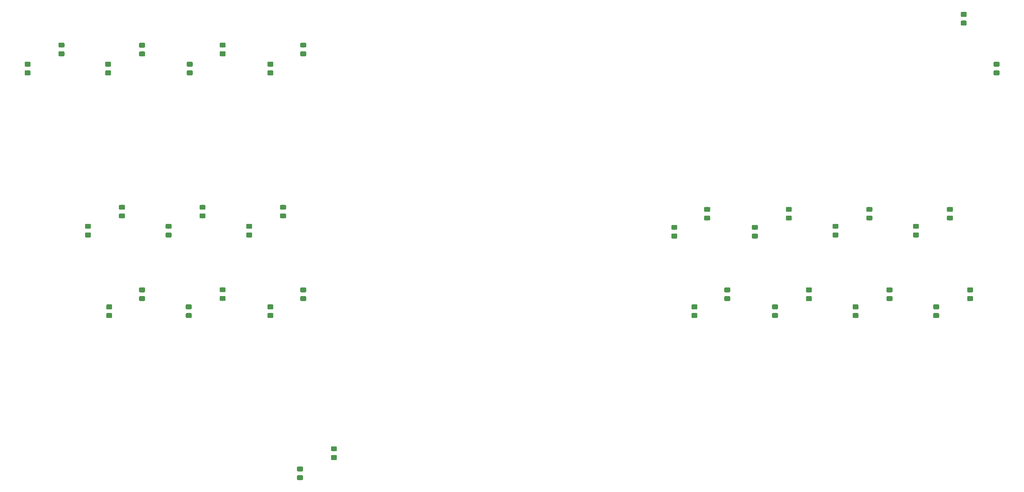
<source format=gbr>
G04 #@! TF.GenerationSoftware,KiCad,Pcbnew,5.0.1*
G04 #@! TF.CreationDate,2018-12-01T13:02:46-05:00*
G04 #@! TF.ProjectId,fightkeyb-pcb,66696768746B6579622D7063622E6B69,rev?*
G04 #@! TF.SameCoordinates,Original*
G04 #@! TF.FileFunction,Paste,Bot*
G04 #@! TF.FilePolarity,Positive*
%FSLAX46Y46*%
G04 Gerber Fmt 4.6, Leading zero omitted, Abs format (unit mm)*
G04 Created by KiCad (PCBNEW 5.0.1) date Sat 01 Dec 2018 01:02:46 PM EST*
%MOMM*%
%LPD*%
G01*
G04 APERTURE LIST*
%ADD10C,0.100000*%
%ADD11C,1.150000*%
G04 APERTURE END LIST*
D10*
G04 #@! TO.C,C1*
G36*
X37632005Y-36428954D02*
X37656273Y-36432554D01*
X37680072Y-36438515D01*
X37703171Y-36446780D01*
X37725350Y-36457270D01*
X37746393Y-36469882D01*
X37766099Y-36484497D01*
X37784277Y-36500973D01*
X37800753Y-36519151D01*
X37815368Y-36538857D01*
X37827980Y-36559900D01*
X37838470Y-36582079D01*
X37846735Y-36605178D01*
X37852696Y-36628977D01*
X37856296Y-36653245D01*
X37857500Y-36677749D01*
X37857500Y-37327751D01*
X37856296Y-37352255D01*
X37852696Y-37376523D01*
X37846735Y-37400322D01*
X37838470Y-37423421D01*
X37827980Y-37445600D01*
X37815368Y-37466643D01*
X37800753Y-37486349D01*
X37784277Y-37504527D01*
X37766099Y-37521003D01*
X37746393Y-37535618D01*
X37725350Y-37548230D01*
X37703171Y-37558720D01*
X37680072Y-37566985D01*
X37656273Y-37572946D01*
X37632005Y-37576546D01*
X37607501Y-37577750D01*
X36707499Y-37577750D01*
X36682995Y-37576546D01*
X36658727Y-37572946D01*
X36634928Y-37566985D01*
X36611829Y-37558720D01*
X36589650Y-37548230D01*
X36568607Y-37535618D01*
X36548901Y-37521003D01*
X36530723Y-37504527D01*
X36514247Y-37486349D01*
X36499632Y-37466643D01*
X36487020Y-37445600D01*
X36476530Y-37423421D01*
X36468265Y-37400322D01*
X36462304Y-37376523D01*
X36458704Y-37352255D01*
X36457500Y-37327751D01*
X36457500Y-36677749D01*
X36458704Y-36653245D01*
X36462304Y-36628977D01*
X36468265Y-36605178D01*
X36476530Y-36582079D01*
X36487020Y-36559900D01*
X36499632Y-36538857D01*
X36514247Y-36519151D01*
X36530723Y-36500973D01*
X36548901Y-36484497D01*
X36568607Y-36469882D01*
X36589650Y-36457270D01*
X36611829Y-36446780D01*
X36634928Y-36438515D01*
X36658727Y-36432554D01*
X36682995Y-36428954D01*
X36707499Y-36427750D01*
X37607501Y-36427750D01*
X37632005Y-36428954D01*
X37632005Y-36428954D01*
G37*
D11*
X37157500Y-37002750D03*
D10*
G36*
X37632005Y-38478954D02*
X37656273Y-38482554D01*
X37680072Y-38488515D01*
X37703171Y-38496780D01*
X37725350Y-38507270D01*
X37746393Y-38519882D01*
X37766099Y-38534497D01*
X37784277Y-38550973D01*
X37800753Y-38569151D01*
X37815368Y-38588857D01*
X37827980Y-38609900D01*
X37838470Y-38632079D01*
X37846735Y-38655178D01*
X37852696Y-38678977D01*
X37856296Y-38703245D01*
X37857500Y-38727749D01*
X37857500Y-39377751D01*
X37856296Y-39402255D01*
X37852696Y-39426523D01*
X37846735Y-39450322D01*
X37838470Y-39473421D01*
X37827980Y-39495600D01*
X37815368Y-39516643D01*
X37800753Y-39536349D01*
X37784277Y-39554527D01*
X37766099Y-39571003D01*
X37746393Y-39585618D01*
X37725350Y-39598230D01*
X37703171Y-39608720D01*
X37680072Y-39616985D01*
X37656273Y-39622946D01*
X37632005Y-39626546D01*
X37607501Y-39627750D01*
X36707499Y-39627750D01*
X36682995Y-39626546D01*
X36658727Y-39622946D01*
X36634928Y-39616985D01*
X36611829Y-39608720D01*
X36589650Y-39598230D01*
X36568607Y-39585618D01*
X36548901Y-39571003D01*
X36530723Y-39554527D01*
X36514247Y-39536349D01*
X36499632Y-39516643D01*
X36487020Y-39495600D01*
X36476530Y-39473421D01*
X36468265Y-39450322D01*
X36462304Y-39426523D01*
X36458704Y-39402255D01*
X36457500Y-39377751D01*
X36457500Y-38727749D01*
X36458704Y-38703245D01*
X36462304Y-38678977D01*
X36468265Y-38655178D01*
X36476530Y-38632079D01*
X36487020Y-38609900D01*
X36499632Y-38588857D01*
X36514247Y-38569151D01*
X36530723Y-38550973D01*
X36548901Y-38534497D01*
X36568607Y-38519882D01*
X36589650Y-38507270D01*
X36611829Y-38496780D01*
X36634928Y-38488515D01*
X36658727Y-38482554D01*
X36682995Y-38478954D01*
X36707499Y-38477750D01*
X37607501Y-38477750D01*
X37632005Y-38478954D01*
X37632005Y-38478954D01*
G37*
D11*
X37157500Y-39052750D03*
G04 #@! TD*
D10*
G04 #@! TO.C,C2*
G36*
X56632005Y-38478954D02*
X56656273Y-38482554D01*
X56680072Y-38488515D01*
X56703171Y-38496780D01*
X56725350Y-38507270D01*
X56746393Y-38519882D01*
X56766099Y-38534497D01*
X56784277Y-38550973D01*
X56800753Y-38569151D01*
X56815368Y-38588857D01*
X56827980Y-38609900D01*
X56838470Y-38632079D01*
X56846735Y-38655178D01*
X56852696Y-38678977D01*
X56856296Y-38703245D01*
X56857500Y-38727749D01*
X56857500Y-39377751D01*
X56856296Y-39402255D01*
X56852696Y-39426523D01*
X56846735Y-39450322D01*
X56838470Y-39473421D01*
X56827980Y-39495600D01*
X56815368Y-39516643D01*
X56800753Y-39536349D01*
X56784277Y-39554527D01*
X56766099Y-39571003D01*
X56746393Y-39585618D01*
X56725350Y-39598230D01*
X56703171Y-39608720D01*
X56680072Y-39616985D01*
X56656273Y-39622946D01*
X56632005Y-39626546D01*
X56607501Y-39627750D01*
X55707499Y-39627750D01*
X55682995Y-39626546D01*
X55658727Y-39622946D01*
X55634928Y-39616985D01*
X55611829Y-39608720D01*
X55589650Y-39598230D01*
X55568607Y-39585618D01*
X55548901Y-39571003D01*
X55530723Y-39554527D01*
X55514247Y-39536349D01*
X55499632Y-39516643D01*
X55487020Y-39495600D01*
X55476530Y-39473421D01*
X55468265Y-39450322D01*
X55462304Y-39426523D01*
X55458704Y-39402255D01*
X55457500Y-39377751D01*
X55457500Y-38727749D01*
X55458704Y-38703245D01*
X55462304Y-38678977D01*
X55468265Y-38655178D01*
X55476530Y-38632079D01*
X55487020Y-38609900D01*
X55499632Y-38588857D01*
X55514247Y-38569151D01*
X55530723Y-38550973D01*
X55548901Y-38534497D01*
X55568607Y-38519882D01*
X55589650Y-38507270D01*
X55611829Y-38496780D01*
X55634928Y-38488515D01*
X55658727Y-38482554D01*
X55682995Y-38478954D01*
X55707499Y-38477750D01*
X56607501Y-38477750D01*
X56632005Y-38478954D01*
X56632005Y-38478954D01*
G37*
D11*
X56157500Y-39052750D03*
D10*
G36*
X56632005Y-36428954D02*
X56656273Y-36432554D01*
X56680072Y-36438515D01*
X56703171Y-36446780D01*
X56725350Y-36457270D01*
X56746393Y-36469882D01*
X56766099Y-36484497D01*
X56784277Y-36500973D01*
X56800753Y-36519151D01*
X56815368Y-36538857D01*
X56827980Y-36559900D01*
X56838470Y-36582079D01*
X56846735Y-36605178D01*
X56852696Y-36628977D01*
X56856296Y-36653245D01*
X56857500Y-36677749D01*
X56857500Y-37327751D01*
X56856296Y-37352255D01*
X56852696Y-37376523D01*
X56846735Y-37400322D01*
X56838470Y-37423421D01*
X56827980Y-37445600D01*
X56815368Y-37466643D01*
X56800753Y-37486349D01*
X56784277Y-37504527D01*
X56766099Y-37521003D01*
X56746393Y-37535618D01*
X56725350Y-37548230D01*
X56703171Y-37558720D01*
X56680072Y-37566985D01*
X56656273Y-37572946D01*
X56632005Y-37576546D01*
X56607501Y-37577750D01*
X55707499Y-37577750D01*
X55682995Y-37576546D01*
X55658727Y-37572946D01*
X55634928Y-37566985D01*
X55611829Y-37558720D01*
X55589650Y-37548230D01*
X55568607Y-37535618D01*
X55548901Y-37521003D01*
X55530723Y-37504527D01*
X55514247Y-37486349D01*
X55499632Y-37466643D01*
X55487020Y-37445600D01*
X55476530Y-37423421D01*
X55468265Y-37400322D01*
X55462304Y-37376523D01*
X55458704Y-37352255D01*
X55457500Y-37327751D01*
X55457500Y-36677749D01*
X55458704Y-36653245D01*
X55462304Y-36628977D01*
X55468265Y-36605178D01*
X55476530Y-36582079D01*
X55487020Y-36559900D01*
X55499632Y-36538857D01*
X55514247Y-36519151D01*
X55530723Y-36500973D01*
X55548901Y-36484497D01*
X55568607Y-36469882D01*
X55589650Y-36457270D01*
X55611829Y-36446780D01*
X55634928Y-36438515D01*
X55658727Y-36432554D01*
X55682995Y-36428954D01*
X55707499Y-36427750D01*
X56607501Y-36427750D01*
X56632005Y-36428954D01*
X56632005Y-36428954D01*
G37*
D11*
X56157500Y-37002750D03*
G04 #@! TD*
D10*
G04 #@! TO.C,C3*
G36*
X75882005Y-36428954D02*
X75906273Y-36432554D01*
X75930072Y-36438515D01*
X75953171Y-36446780D01*
X75975350Y-36457270D01*
X75996393Y-36469882D01*
X76016099Y-36484497D01*
X76034277Y-36500973D01*
X76050753Y-36519151D01*
X76065368Y-36538857D01*
X76077980Y-36559900D01*
X76088470Y-36582079D01*
X76096735Y-36605178D01*
X76102696Y-36628977D01*
X76106296Y-36653245D01*
X76107500Y-36677749D01*
X76107500Y-37327751D01*
X76106296Y-37352255D01*
X76102696Y-37376523D01*
X76096735Y-37400322D01*
X76088470Y-37423421D01*
X76077980Y-37445600D01*
X76065368Y-37466643D01*
X76050753Y-37486349D01*
X76034277Y-37504527D01*
X76016099Y-37521003D01*
X75996393Y-37535618D01*
X75975350Y-37548230D01*
X75953171Y-37558720D01*
X75930072Y-37566985D01*
X75906273Y-37572946D01*
X75882005Y-37576546D01*
X75857501Y-37577750D01*
X74957499Y-37577750D01*
X74932995Y-37576546D01*
X74908727Y-37572946D01*
X74884928Y-37566985D01*
X74861829Y-37558720D01*
X74839650Y-37548230D01*
X74818607Y-37535618D01*
X74798901Y-37521003D01*
X74780723Y-37504527D01*
X74764247Y-37486349D01*
X74749632Y-37466643D01*
X74737020Y-37445600D01*
X74726530Y-37423421D01*
X74718265Y-37400322D01*
X74712304Y-37376523D01*
X74708704Y-37352255D01*
X74707500Y-37327751D01*
X74707500Y-36677749D01*
X74708704Y-36653245D01*
X74712304Y-36628977D01*
X74718265Y-36605178D01*
X74726530Y-36582079D01*
X74737020Y-36559900D01*
X74749632Y-36538857D01*
X74764247Y-36519151D01*
X74780723Y-36500973D01*
X74798901Y-36484497D01*
X74818607Y-36469882D01*
X74839650Y-36457270D01*
X74861829Y-36446780D01*
X74884928Y-36438515D01*
X74908727Y-36432554D01*
X74932995Y-36428954D01*
X74957499Y-36427750D01*
X75857501Y-36427750D01*
X75882005Y-36428954D01*
X75882005Y-36428954D01*
G37*
D11*
X75407500Y-37002750D03*
D10*
G36*
X75882005Y-38478954D02*
X75906273Y-38482554D01*
X75930072Y-38488515D01*
X75953171Y-38496780D01*
X75975350Y-38507270D01*
X75996393Y-38519882D01*
X76016099Y-38534497D01*
X76034277Y-38550973D01*
X76050753Y-38569151D01*
X76065368Y-38588857D01*
X76077980Y-38609900D01*
X76088470Y-38632079D01*
X76096735Y-38655178D01*
X76102696Y-38678977D01*
X76106296Y-38703245D01*
X76107500Y-38727749D01*
X76107500Y-39377751D01*
X76106296Y-39402255D01*
X76102696Y-39426523D01*
X76096735Y-39450322D01*
X76088470Y-39473421D01*
X76077980Y-39495600D01*
X76065368Y-39516643D01*
X76050753Y-39536349D01*
X76034277Y-39554527D01*
X76016099Y-39571003D01*
X75996393Y-39585618D01*
X75975350Y-39598230D01*
X75953171Y-39608720D01*
X75930072Y-39616985D01*
X75906273Y-39622946D01*
X75882005Y-39626546D01*
X75857501Y-39627750D01*
X74957499Y-39627750D01*
X74932995Y-39626546D01*
X74908727Y-39622946D01*
X74884928Y-39616985D01*
X74861829Y-39608720D01*
X74839650Y-39598230D01*
X74818607Y-39585618D01*
X74798901Y-39571003D01*
X74780723Y-39554527D01*
X74764247Y-39536349D01*
X74749632Y-39516643D01*
X74737020Y-39495600D01*
X74726530Y-39473421D01*
X74718265Y-39450322D01*
X74712304Y-39426523D01*
X74708704Y-39402255D01*
X74707500Y-39377751D01*
X74707500Y-38727749D01*
X74708704Y-38703245D01*
X74712304Y-38678977D01*
X74718265Y-38655178D01*
X74726530Y-38632079D01*
X74737020Y-38609900D01*
X74749632Y-38588857D01*
X74764247Y-38569151D01*
X74780723Y-38550973D01*
X74798901Y-38534497D01*
X74818607Y-38519882D01*
X74839650Y-38507270D01*
X74861829Y-38496780D01*
X74884928Y-38488515D01*
X74908727Y-38482554D01*
X74932995Y-38478954D01*
X74957499Y-38477750D01*
X75857501Y-38477750D01*
X75882005Y-38478954D01*
X75882005Y-38478954D01*
G37*
D11*
X75407500Y-39052750D03*
G04 #@! TD*
D10*
G04 #@! TO.C,C4*
G36*
X94882005Y-38478954D02*
X94906273Y-38482554D01*
X94930072Y-38488515D01*
X94953171Y-38496780D01*
X94975350Y-38507270D01*
X94996393Y-38519882D01*
X95016099Y-38534497D01*
X95034277Y-38550973D01*
X95050753Y-38569151D01*
X95065368Y-38588857D01*
X95077980Y-38609900D01*
X95088470Y-38632079D01*
X95096735Y-38655178D01*
X95102696Y-38678977D01*
X95106296Y-38703245D01*
X95107500Y-38727749D01*
X95107500Y-39377751D01*
X95106296Y-39402255D01*
X95102696Y-39426523D01*
X95096735Y-39450322D01*
X95088470Y-39473421D01*
X95077980Y-39495600D01*
X95065368Y-39516643D01*
X95050753Y-39536349D01*
X95034277Y-39554527D01*
X95016099Y-39571003D01*
X94996393Y-39585618D01*
X94975350Y-39598230D01*
X94953171Y-39608720D01*
X94930072Y-39616985D01*
X94906273Y-39622946D01*
X94882005Y-39626546D01*
X94857501Y-39627750D01*
X93957499Y-39627750D01*
X93932995Y-39626546D01*
X93908727Y-39622946D01*
X93884928Y-39616985D01*
X93861829Y-39608720D01*
X93839650Y-39598230D01*
X93818607Y-39585618D01*
X93798901Y-39571003D01*
X93780723Y-39554527D01*
X93764247Y-39536349D01*
X93749632Y-39516643D01*
X93737020Y-39495600D01*
X93726530Y-39473421D01*
X93718265Y-39450322D01*
X93712304Y-39426523D01*
X93708704Y-39402255D01*
X93707500Y-39377751D01*
X93707500Y-38727749D01*
X93708704Y-38703245D01*
X93712304Y-38678977D01*
X93718265Y-38655178D01*
X93726530Y-38632079D01*
X93737020Y-38609900D01*
X93749632Y-38588857D01*
X93764247Y-38569151D01*
X93780723Y-38550973D01*
X93798901Y-38534497D01*
X93818607Y-38519882D01*
X93839650Y-38507270D01*
X93861829Y-38496780D01*
X93884928Y-38488515D01*
X93908727Y-38482554D01*
X93932995Y-38478954D01*
X93957499Y-38477750D01*
X94857501Y-38477750D01*
X94882005Y-38478954D01*
X94882005Y-38478954D01*
G37*
D11*
X94407500Y-39052750D03*
D10*
G36*
X94882005Y-36428954D02*
X94906273Y-36432554D01*
X94930072Y-36438515D01*
X94953171Y-36446780D01*
X94975350Y-36457270D01*
X94996393Y-36469882D01*
X95016099Y-36484497D01*
X95034277Y-36500973D01*
X95050753Y-36519151D01*
X95065368Y-36538857D01*
X95077980Y-36559900D01*
X95088470Y-36582079D01*
X95096735Y-36605178D01*
X95102696Y-36628977D01*
X95106296Y-36653245D01*
X95107500Y-36677749D01*
X95107500Y-37327751D01*
X95106296Y-37352255D01*
X95102696Y-37376523D01*
X95096735Y-37400322D01*
X95088470Y-37423421D01*
X95077980Y-37445600D01*
X95065368Y-37466643D01*
X95050753Y-37486349D01*
X95034277Y-37504527D01*
X95016099Y-37521003D01*
X94996393Y-37535618D01*
X94975350Y-37548230D01*
X94953171Y-37558720D01*
X94930072Y-37566985D01*
X94906273Y-37572946D01*
X94882005Y-37576546D01*
X94857501Y-37577750D01*
X93957499Y-37577750D01*
X93932995Y-37576546D01*
X93908727Y-37572946D01*
X93884928Y-37566985D01*
X93861829Y-37558720D01*
X93839650Y-37548230D01*
X93818607Y-37535618D01*
X93798901Y-37521003D01*
X93780723Y-37504527D01*
X93764247Y-37486349D01*
X93749632Y-37466643D01*
X93737020Y-37445600D01*
X93726530Y-37423421D01*
X93718265Y-37400322D01*
X93712304Y-37376523D01*
X93708704Y-37352255D01*
X93707500Y-37327751D01*
X93707500Y-36677749D01*
X93708704Y-36653245D01*
X93712304Y-36628977D01*
X93718265Y-36605178D01*
X93726530Y-36582079D01*
X93737020Y-36559900D01*
X93749632Y-36538857D01*
X93764247Y-36519151D01*
X93780723Y-36500973D01*
X93798901Y-36484497D01*
X93818607Y-36469882D01*
X93839650Y-36457270D01*
X93861829Y-36446780D01*
X93884928Y-36438515D01*
X93908727Y-36432554D01*
X93932995Y-36428954D01*
X93957499Y-36427750D01*
X94857501Y-36427750D01*
X94882005Y-36428954D01*
X94882005Y-36428954D01*
G37*
D11*
X94407500Y-37002750D03*
G04 #@! TD*
D10*
G04 #@! TO.C,C5*
G36*
X266132005Y-36428954D02*
X266156273Y-36432554D01*
X266180072Y-36438515D01*
X266203171Y-36446780D01*
X266225350Y-36457270D01*
X266246393Y-36469882D01*
X266266099Y-36484497D01*
X266284277Y-36500973D01*
X266300753Y-36519151D01*
X266315368Y-36538857D01*
X266327980Y-36559900D01*
X266338470Y-36582079D01*
X266346735Y-36605178D01*
X266352696Y-36628977D01*
X266356296Y-36653245D01*
X266357500Y-36677749D01*
X266357500Y-37327751D01*
X266356296Y-37352255D01*
X266352696Y-37376523D01*
X266346735Y-37400322D01*
X266338470Y-37423421D01*
X266327980Y-37445600D01*
X266315368Y-37466643D01*
X266300753Y-37486349D01*
X266284277Y-37504527D01*
X266266099Y-37521003D01*
X266246393Y-37535618D01*
X266225350Y-37548230D01*
X266203171Y-37558720D01*
X266180072Y-37566985D01*
X266156273Y-37572946D01*
X266132005Y-37576546D01*
X266107501Y-37577750D01*
X265207499Y-37577750D01*
X265182995Y-37576546D01*
X265158727Y-37572946D01*
X265134928Y-37566985D01*
X265111829Y-37558720D01*
X265089650Y-37548230D01*
X265068607Y-37535618D01*
X265048901Y-37521003D01*
X265030723Y-37504527D01*
X265014247Y-37486349D01*
X264999632Y-37466643D01*
X264987020Y-37445600D01*
X264976530Y-37423421D01*
X264968265Y-37400322D01*
X264962304Y-37376523D01*
X264958704Y-37352255D01*
X264957500Y-37327751D01*
X264957500Y-36677749D01*
X264958704Y-36653245D01*
X264962304Y-36628977D01*
X264968265Y-36605178D01*
X264976530Y-36582079D01*
X264987020Y-36559900D01*
X264999632Y-36538857D01*
X265014247Y-36519151D01*
X265030723Y-36500973D01*
X265048901Y-36484497D01*
X265068607Y-36469882D01*
X265089650Y-36457270D01*
X265111829Y-36446780D01*
X265134928Y-36438515D01*
X265158727Y-36432554D01*
X265182995Y-36428954D01*
X265207499Y-36427750D01*
X266107501Y-36427750D01*
X266132005Y-36428954D01*
X266132005Y-36428954D01*
G37*
D11*
X265657500Y-37002750D03*
D10*
G36*
X266132005Y-38478954D02*
X266156273Y-38482554D01*
X266180072Y-38488515D01*
X266203171Y-38496780D01*
X266225350Y-38507270D01*
X266246393Y-38519882D01*
X266266099Y-38534497D01*
X266284277Y-38550973D01*
X266300753Y-38569151D01*
X266315368Y-38588857D01*
X266327980Y-38609900D01*
X266338470Y-38632079D01*
X266346735Y-38655178D01*
X266352696Y-38678977D01*
X266356296Y-38703245D01*
X266357500Y-38727749D01*
X266357500Y-39377751D01*
X266356296Y-39402255D01*
X266352696Y-39426523D01*
X266346735Y-39450322D01*
X266338470Y-39473421D01*
X266327980Y-39495600D01*
X266315368Y-39516643D01*
X266300753Y-39536349D01*
X266284277Y-39554527D01*
X266266099Y-39571003D01*
X266246393Y-39585618D01*
X266225350Y-39598230D01*
X266203171Y-39608720D01*
X266180072Y-39616985D01*
X266156273Y-39622946D01*
X266132005Y-39626546D01*
X266107501Y-39627750D01*
X265207499Y-39627750D01*
X265182995Y-39626546D01*
X265158727Y-39622946D01*
X265134928Y-39616985D01*
X265111829Y-39608720D01*
X265089650Y-39598230D01*
X265068607Y-39585618D01*
X265048901Y-39571003D01*
X265030723Y-39554527D01*
X265014247Y-39536349D01*
X264999632Y-39516643D01*
X264987020Y-39495600D01*
X264976530Y-39473421D01*
X264968265Y-39450322D01*
X264962304Y-39426523D01*
X264958704Y-39402255D01*
X264957500Y-39377751D01*
X264957500Y-38727749D01*
X264958704Y-38703245D01*
X264962304Y-38678977D01*
X264968265Y-38655178D01*
X264976530Y-38632079D01*
X264987020Y-38609900D01*
X264999632Y-38588857D01*
X265014247Y-38569151D01*
X265030723Y-38550973D01*
X265048901Y-38534497D01*
X265068607Y-38519882D01*
X265089650Y-38507270D01*
X265111829Y-38496780D01*
X265134928Y-38488515D01*
X265158727Y-38482554D01*
X265182995Y-38478954D01*
X265207499Y-38477750D01*
X266107501Y-38477750D01*
X266132005Y-38478954D01*
X266132005Y-38478954D01*
G37*
D11*
X265657500Y-39052750D03*
G04 #@! TD*
D10*
G04 #@! TO.C,C6*
G36*
X51882005Y-74678954D02*
X51906273Y-74682554D01*
X51930072Y-74688515D01*
X51953171Y-74696780D01*
X51975350Y-74707270D01*
X51996393Y-74719882D01*
X52016099Y-74734497D01*
X52034277Y-74750973D01*
X52050753Y-74769151D01*
X52065368Y-74788857D01*
X52077980Y-74809900D01*
X52088470Y-74832079D01*
X52096735Y-74855178D01*
X52102696Y-74878977D01*
X52106296Y-74903245D01*
X52107500Y-74927749D01*
X52107500Y-75577751D01*
X52106296Y-75602255D01*
X52102696Y-75626523D01*
X52096735Y-75650322D01*
X52088470Y-75673421D01*
X52077980Y-75695600D01*
X52065368Y-75716643D01*
X52050753Y-75736349D01*
X52034277Y-75754527D01*
X52016099Y-75771003D01*
X51996393Y-75785618D01*
X51975350Y-75798230D01*
X51953171Y-75808720D01*
X51930072Y-75816985D01*
X51906273Y-75822946D01*
X51882005Y-75826546D01*
X51857501Y-75827750D01*
X50957499Y-75827750D01*
X50932995Y-75826546D01*
X50908727Y-75822946D01*
X50884928Y-75816985D01*
X50861829Y-75808720D01*
X50839650Y-75798230D01*
X50818607Y-75785618D01*
X50798901Y-75771003D01*
X50780723Y-75754527D01*
X50764247Y-75736349D01*
X50749632Y-75716643D01*
X50737020Y-75695600D01*
X50726530Y-75673421D01*
X50718265Y-75650322D01*
X50712304Y-75626523D01*
X50708704Y-75602255D01*
X50707500Y-75577751D01*
X50707500Y-74927749D01*
X50708704Y-74903245D01*
X50712304Y-74878977D01*
X50718265Y-74855178D01*
X50726530Y-74832079D01*
X50737020Y-74809900D01*
X50749632Y-74788857D01*
X50764247Y-74769151D01*
X50780723Y-74750973D01*
X50798901Y-74734497D01*
X50818607Y-74719882D01*
X50839650Y-74707270D01*
X50861829Y-74696780D01*
X50884928Y-74688515D01*
X50908727Y-74682554D01*
X50932995Y-74678954D01*
X50957499Y-74677750D01*
X51857501Y-74677750D01*
X51882005Y-74678954D01*
X51882005Y-74678954D01*
G37*
D11*
X51407500Y-75252750D03*
D10*
G36*
X51882005Y-76728954D02*
X51906273Y-76732554D01*
X51930072Y-76738515D01*
X51953171Y-76746780D01*
X51975350Y-76757270D01*
X51996393Y-76769882D01*
X52016099Y-76784497D01*
X52034277Y-76800973D01*
X52050753Y-76819151D01*
X52065368Y-76838857D01*
X52077980Y-76859900D01*
X52088470Y-76882079D01*
X52096735Y-76905178D01*
X52102696Y-76928977D01*
X52106296Y-76953245D01*
X52107500Y-76977749D01*
X52107500Y-77627751D01*
X52106296Y-77652255D01*
X52102696Y-77676523D01*
X52096735Y-77700322D01*
X52088470Y-77723421D01*
X52077980Y-77745600D01*
X52065368Y-77766643D01*
X52050753Y-77786349D01*
X52034277Y-77804527D01*
X52016099Y-77821003D01*
X51996393Y-77835618D01*
X51975350Y-77848230D01*
X51953171Y-77858720D01*
X51930072Y-77866985D01*
X51906273Y-77872946D01*
X51882005Y-77876546D01*
X51857501Y-77877750D01*
X50957499Y-77877750D01*
X50932995Y-77876546D01*
X50908727Y-77872946D01*
X50884928Y-77866985D01*
X50861829Y-77858720D01*
X50839650Y-77848230D01*
X50818607Y-77835618D01*
X50798901Y-77821003D01*
X50780723Y-77804527D01*
X50764247Y-77786349D01*
X50749632Y-77766643D01*
X50737020Y-77745600D01*
X50726530Y-77723421D01*
X50718265Y-77700322D01*
X50712304Y-77676523D01*
X50708704Y-77652255D01*
X50707500Y-77627751D01*
X50707500Y-76977749D01*
X50708704Y-76953245D01*
X50712304Y-76928977D01*
X50718265Y-76905178D01*
X50726530Y-76882079D01*
X50737020Y-76859900D01*
X50749632Y-76838857D01*
X50764247Y-76819151D01*
X50780723Y-76800973D01*
X50798901Y-76784497D01*
X50818607Y-76769882D01*
X50839650Y-76757270D01*
X50861829Y-76746780D01*
X50884928Y-76738515D01*
X50908727Y-76732554D01*
X50932995Y-76728954D01*
X50957499Y-76727750D01*
X51857501Y-76727750D01*
X51882005Y-76728954D01*
X51882005Y-76728954D01*
G37*
D11*
X51407500Y-77302750D03*
G04 #@! TD*
D10*
G04 #@! TO.C,C7*
G36*
X70882005Y-74678954D02*
X70906273Y-74682554D01*
X70930072Y-74688515D01*
X70953171Y-74696780D01*
X70975350Y-74707270D01*
X70996393Y-74719882D01*
X71016099Y-74734497D01*
X71034277Y-74750973D01*
X71050753Y-74769151D01*
X71065368Y-74788857D01*
X71077980Y-74809900D01*
X71088470Y-74832079D01*
X71096735Y-74855178D01*
X71102696Y-74878977D01*
X71106296Y-74903245D01*
X71107500Y-74927749D01*
X71107500Y-75577751D01*
X71106296Y-75602255D01*
X71102696Y-75626523D01*
X71096735Y-75650322D01*
X71088470Y-75673421D01*
X71077980Y-75695600D01*
X71065368Y-75716643D01*
X71050753Y-75736349D01*
X71034277Y-75754527D01*
X71016099Y-75771003D01*
X70996393Y-75785618D01*
X70975350Y-75798230D01*
X70953171Y-75808720D01*
X70930072Y-75816985D01*
X70906273Y-75822946D01*
X70882005Y-75826546D01*
X70857501Y-75827750D01*
X69957499Y-75827750D01*
X69932995Y-75826546D01*
X69908727Y-75822946D01*
X69884928Y-75816985D01*
X69861829Y-75808720D01*
X69839650Y-75798230D01*
X69818607Y-75785618D01*
X69798901Y-75771003D01*
X69780723Y-75754527D01*
X69764247Y-75736349D01*
X69749632Y-75716643D01*
X69737020Y-75695600D01*
X69726530Y-75673421D01*
X69718265Y-75650322D01*
X69712304Y-75626523D01*
X69708704Y-75602255D01*
X69707500Y-75577751D01*
X69707500Y-74927749D01*
X69708704Y-74903245D01*
X69712304Y-74878977D01*
X69718265Y-74855178D01*
X69726530Y-74832079D01*
X69737020Y-74809900D01*
X69749632Y-74788857D01*
X69764247Y-74769151D01*
X69780723Y-74750973D01*
X69798901Y-74734497D01*
X69818607Y-74719882D01*
X69839650Y-74707270D01*
X69861829Y-74696780D01*
X69884928Y-74688515D01*
X69908727Y-74682554D01*
X69932995Y-74678954D01*
X69957499Y-74677750D01*
X70857501Y-74677750D01*
X70882005Y-74678954D01*
X70882005Y-74678954D01*
G37*
D11*
X70407500Y-75252750D03*
D10*
G36*
X70882005Y-76728954D02*
X70906273Y-76732554D01*
X70930072Y-76738515D01*
X70953171Y-76746780D01*
X70975350Y-76757270D01*
X70996393Y-76769882D01*
X71016099Y-76784497D01*
X71034277Y-76800973D01*
X71050753Y-76819151D01*
X71065368Y-76838857D01*
X71077980Y-76859900D01*
X71088470Y-76882079D01*
X71096735Y-76905178D01*
X71102696Y-76928977D01*
X71106296Y-76953245D01*
X71107500Y-76977749D01*
X71107500Y-77627751D01*
X71106296Y-77652255D01*
X71102696Y-77676523D01*
X71096735Y-77700322D01*
X71088470Y-77723421D01*
X71077980Y-77745600D01*
X71065368Y-77766643D01*
X71050753Y-77786349D01*
X71034277Y-77804527D01*
X71016099Y-77821003D01*
X70996393Y-77835618D01*
X70975350Y-77848230D01*
X70953171Y-77858720D01*
X70930072Y-77866985D01*
X70906273Y-77872946D01*
X70882005Y-77876546D01*
X70857501Y-77877750D01*
X69957499Y-77877750D01*
X69932995Y-77876546D01*
X69908727Y-77872946D01*
X69884928Y-77866985D01*
X69861829Y-77858720D01*
X69839650Y-77848230D01*
X69818607Y-77835618D01*
X69798901Y-77821003D01*
X69780723Y-77804527D01*
X69764247Y-77786349D01*
X69749632Y-77766643D01*
X69737020Y-77745600D01*
X69726530Y-77723421D01*
X69718265Y-77700322D01*
X69712304Y-77676523D01*
X69708704Y-77652255D01*
X69707500Y-77627751D01*
X69707500Y-76977749D01*
X69708704Y-76953245D01*
X69712304Y-76928977D01*
X69718265Y-76905178D01*
X69726530Y-76882079D01*
X69737020Y-76859900D01*
X69749632Y-76838857D01*
X69764247Y-76819151D01*
X69780723Y-76800973D01*
X69798901Y-76784497D01*
X69818607Y-76769882D01*
X69839650Y-76757270D01*
X69861829Y-76746780D01*
X69884928Y-76738515D01*
X69908727Y-76732554D01*
X69932995Y-76728954D01*
X69957499Y-76727750D01*
X70857501Y-76727750D01*
X70882005Y-76728954D01*
X70882005Y-76728954D01*
G37*
D11*
X70407500Y-77302750D03*
G04 #@! TD*
D10*
G04 #@! TO.C,C8*
G36*
X89882005Y-76728954D02*
X89906273Y-76732554D01*
X89930072Y-76738515D01*
X89953171Y-76746780D01*
X89975350Y-76757270D01*
X89996393Y-76769882D01*
X90016099Y-76784497D01*
X90034277Y-76800973D01*
X90050753Y-76819151D01*
X90065368Y-76838857D01*
X90077980Y-76859900D01*
X90088470Y-76882079D01*
X90096735Y-76905178D01*
X90102696Y-76928977D01*
X90106296Y-76953245D01*
X90107500Y-76977749D01*
X90107500Y-77627751D01*
X90106296Y-77652255D01*
X90102696Y-77676523D01*
X90096735Y-77700322D01*
X90088470Y-77723421D01*
X90077980Y-77745600D01*
X90065368Y-77766643D01*
X90050753Y-77786349D01*
X90034277Y-77804527D01*
X90016099Y-77821003D01*
X89996393Y-77835618D01*
X89975350Y-77848230D01*
X89953171Y-77858720D01*
X89930072Y-77866985D01*
X89906273Y-77872946D01*
X89882005Y-77876546D01*
X89857501Y-77877750D01*
X88957499Y-77877750D01*
X88932995Y-77876546D01*
X88908727Y-77872946D01*
X88884928Y-77866985D01*
X88861829Y-77858720D01*
X88839650Y-77848230D01*
X88818607Y-77835618D01*
X88798901Y-77821003D01*
X88780723Y-77804527D01*
X88764247Y-77786349D01*
X88749632Y-77766643D01*
X88737020Y-77745600D01*
X88726530Y-77723421D01*
X88718265Y-77700322D01*
X88712304Y-77676523D01*
X88708704Y-77652255D01*
X88707500Y-77627751D01*
X88707500Y-76977749D01*
X88708704Y-76953245D01*
X88712304Y-76928977D01*
X88718265Y-76905178D01*
X88726530Y-76882079D01*
X88737020Y-76859900D01*
X88749632Y-76838857D01*
X88764247Y-76819151D01*
X88780723Y-76800973D01*
X88798901Y-76784497D01*
X88818607Y-76769882D01*
X88839650Y-76757270D01*
X88861829Y-76746780D01*
X88884928Y-76738515D01*
X88908727Y-76732554D01*
X88932995Y-76728954D01*
X88957499Y-76727750D01*
X89857501Y-76727750D01*
X89882005Y-76728954D01*
X89882005Y-76728954D01*
G37*
D11*
X89407500Y-77302750D03*
D10*
G36*
X89882005Y-74678954D02*
X89906273Y-74682554D01*
X89930072Y-74688515D01*
X89953171Y-74696780D01*
X89975350Y-74707270D01*
X89996393Y-74719882D01*
X90016099Y-74734497D01*
X90034277Y-74750973D01*
X90050753Y-74769151D01*
X90065368Y-74788857D01*
X90077980Y-74809900D01*
X90088470Y-74832079D01*
X90096735Y-74855178D01*
X90102696Y-74878977D01*
X90106296Y-74903245D01*
X90107500Y-74927749D01*
X90107500Y-75577751D01*
X90106296Y-75602255D01*
X90102696Y-75626523D01*
X90096735Y-75650322D01*
X90088470Y-75673421D01*
X90077980Y-75695600D01*
X90065368Y-75716643D01*
X90050753Y-75736349D01*
X90034277Y-75754527D01*
X90016099Y-75771003D01*
X89996393Y-75785618D01*
X89975350Y-75798230D01*
X89953171Y-75808720D01*
X89930072Y-75816985D01*
X89906273Y-75822946D01*
X89882005Y-75826546D01*
X89857501Y-75827750D01*
X88957499Y-75827750D01*
X88932995Y-75826546D01*
X88908727Y-75822946D01*
X88884928Y-75816985D01*
X88861829Y-75808720D01*
X88839650Y-75798230D01*
X88818607Y-75785618D01*
X88798901Y-75771003D01*
X88780723Y-75754527D01*
X88764247Y-75736349D01*
X88749632Y-75716643D01*
X88737020Y-75695600D01*
X88726530Y-75673421D01*
X88718265Y-75650322D01*
X88712304Y-75626523D01*
X88708704Y-75602255D01*
X88707500Y-75577751D01*
X88707500Y-74927749D01*
X88708704Y-74903245D01*
X88712304Y-74878977D01*
X88718265Y-74855178D01*
X88726530Y-74832079D01*
X88737020Y-74809900D01*
X88749632Y-74788857D01*
X88764247Y-74769151D01*
X88780723Y-74750973D01*
X88798901Y-74734497D01*
X88818607Y-74719882D01*
X88839650Y-74707270D01*
X88861829Y-74696780D01*
X88884928Y-74688515D01*
X88908727Y-74682554D01*
X88932995Y-74678954D01*
X88957499Y-74677750D01*
X89857501Y-74677750D01*
X89882005Y-74678954D01*
X89882005Y-74678954D01*
G37*
D11*
X89407500Y-75252750D03*
G04 #@! TD*
D10*
G04 #@! TO.C,C9*
G36*
X190132005Y-74928954D02*
X190156273Y-74932554D01*
X190180072Y-74938515D01*
X190203171Y-74946780D01*
X190225350Y-74957270D01*
X190246393Y-74969882D01*
X190266099Y-74984497D01*
X190284277Y-75000973D01*
X190300753Y-75019151D01*
X190315368Y-75038857D01*
X190327980Y-75059900D01*
X190338470Y-75082079D01*
X190346735Y-75105178D01*
X190352696Y-75128977D01*
X190356296Y-75153245D01*
X190357500Y-75177749D01*
X190357500Y-75827751D01*
X190356296Y-75852255D01*
X190352696Y-75876523D01*
X190346735Y-75900322D01*
X190338470Y-75923421D01*
X190327980Y-75945600D01*
X190315368Y-75966643D01*
X190300753Y-75986349D01*
X190284277Y-76004527D01*
X190266099Y-76021003D01*
X190246393Y-76035618D01*
X190225350Y-76048230D01*
X190203171Y-76058720D01*
X190180072Y-76066985D01*
X190156273Y-76072946D01*
X190132005Y-76076546D01*
X190107501Y-76077750D01*
X189207499Y-76077750D01*
X189182995Y-76076546D01*
X189158727Y-76072946D01*
X189134928Y-76066985D01*
X189111829Y-76058720D01*
X189089650Y-76048230D01*
X189068607Y-76035618D01*
X189048901Y-76021003D01*
X189030723Y-76004527D01*
X189014247Y-75986349D01*
X188999632Y-75966643D01*
X188987020Y-75945600D01*
X188976530Y-75923421D01*
X188968265Y-75900322D01*
X188962304Y-75876523D01*
X188958704Y-75852255D01*
X188957500Y-75827751D01*
X188957500Y-75177749D01*
X188958704Y-75153245D01*
X188962304Y-75128977D01*
X188968265Y-75105178D01*
X188976530Y-75082079D01*
X188987020Y-75059900D01*
X188999632Y-75038857D01*
X189014247Y-75019151D01*
X189030723Y-75000973D01*
X189048901Y-74984497D01*
X189068607Y-74969882D01*
X189089650Y-74957270D01*
X189111829Y-74946780D01*
X189134928Y-74938515D01*
X189158727Y-74932554D01*
X189182995Y-74928954D01*
X189207499Y-74927750D01*
X190107501Y-74927750D01*
X190132005Y-74928954D01*
X190132005Y-74928954D01*
G37*
D11*
X189657500Y-75502750D03*
D10*
G36*
X190132005Y-76978954D02*
X190156273Y-76982554D01*
X190180072Y-76988515D01*
X190203171Y-76996780D01*
X190225350Y-77007270D01*
X190246393Y-77019882D01*
X190266099Y-77034497D01*
X190284277Y-77050973D01*
X190300753Y-77069151D01*
X190315368Y-77088857D01*
X190327980Y-77109900D01*
X190338470Y-77132079D01*
X190346735Y-77155178D01*
X190352696Y-77178977D01*
X190356296Y-77203245D01*
X190357500Y-77227749D01*
X190357500Y-77877751D01*
X190356296Y-77902255D01*
X190352696Y-77926523D01*
X190346735Y-77950322D01*
X190338470Y-77973421D01*
X190327980Y-77995600D01*
X190315368Y-78016643D01*
X190300753Y-78036349D01*
X190284277Y-78054527D01*
X190266099Y-78071003D01*
X190246393Y-78085618D01*
X190225350Y-78098230D01*
X190203171Y-78108720D01*
X190180072Y-78116985D01*
X190156273Y-78122946D01*
X190132005Y-78126546D01*
X190107501Y-78127750D01*
X189207499Y-78127750D01*
X189182995Y-78126546D01*
X189158727Y-78122946D01*
X189134928Y-78116985D01*
X189111829Y-78108720D01*
X189089650Y-78098230D01*
X189068607Y-78085618D01*
X189048901Y-78071003D01*
X189030723Y-78054527D01*
X189014247Y-78036349D01*
X188999632Y-78016643D01*
X188987020Y-77995600D01*
X188976530Y-77973421D01*
X188968265Y-77950322D01*
X188962304Y-77926523D01*
X188958704Y-77902255D01*
X188957500Y-77877751D01*
X188957500Y-77227749D01*
X188958704Y-77203245D01*
X188962304Y-77178977D01*
X188968265Y-77155178D01*
X188976530Y-77132079D01*
X188987020Y-77109900D01*
X188999632Y-77088857D01*
X189014247Y-77069151D01*
X189030723Y-77050973D01*
X189048901Y-77034497D01*
X189068607Y-77019882D01*
X189089650Y-77007270D01*
X189111829Y-76996780D01*
X189134928Y-76988515D01*
X189158727Y-76982554D01*
X189182995Y-76978954D01*
X189207499Y-76977750D01*
X190107501Y-76977750D01*
X190132005Y-76978954D01*
X190132005Y-76978954D01*
G37*
D11*
X189657500Y-77552750D03*
G04 #@! TD*
D10*
G04 #@! TO.C,C10*
G36*
X209132005Y-76978954D02*
X209156273Y-76982554D01*
X209180072Y-76988515D01*
X209203171Y-76996780D01*
X209225350Y-77007270D01*
X209246393Y-77019882D01*
X209266099Y-77034497D01*
X209284277Y-77050973D01*
X209300753Y-77069151D01*
X209315368Y-77088857D01*
X209327980Y-77109900D01*
X209338470Y-77132079D01*
X209346735Y-77155178D01*
X209352696Y-77178977D01*
X209356296Y-77203245D01*
X209357500Y-77227749D01*
X209357500Y-77877751D01*
X209356296Y-77902255D01*
X209352696Y-77926523D01*
X209346735Y-77950322D01*
X209338470Y-77973421D01*
X209327980Y-77995600D01*
X209315368Y-78016643D01*
X209300753Y-78036349D01*
X209284277Y-78054527D01*
X209266099Y-78071003D01*
X209246393Y-78085618D01*
X209225350Y-78098230D01*
X209203171Y-78108720D01*
X209180072Y-78116985D01*
X209156273Y-78122946D01*
X209132005Y-78126546D01*
X209107501Y-78127750D01*
X208207499Y-78127750D01*
X208182995Y-78126546D01*
X208158727Y-78122946D01*
X208134928Y-78116985D01*
X208111829Y-78108720D01*
X208089650Y-78098230D01*
X208068607Y-78085618D01*
X208048901Y-78071003D01*
X208030723Y-78054527D01*
X208014247Y-78036349D01*
X207999632Y-78016643D01*
X207987020Y-77995600D01*
X207976530Y-77973421D01*
X207968265Y-77950322D01*
X207962304Y-77926523D01*
X207958704Y-77902255D01*
X207957500Y-77877751D01*
X207957500Y-77227749D01*
X207958704Y-77203245D01*
X207962304Y-77178977D01*
X207968265Y-77155178D01*
X207976530Y-77132079D01*
X207987020Y-77109900D01*
X207999632Y-77088857D01*
X208014247Y-77069151D01*
X208030723Y-77050973D01*
X208048901Y-77034497D01*
X208068607Y-77019882D01*
X208089650Y-77007270D01*
X208111829Y-76996780D01*
X208134928Y-76988515D01*
X208158727Y-76982554D01*
X208182995Y-76978954D01*
X208207499Y-76977750D01*
X209107501Y-76977750D01*
X209132005Y-76978954D01*
X209132005Y-76978954D01*
G37*
D11*
X208657500Y-77552750D03*
D10*
G36*
X209132005Y-74928954D02*
X209156273Y-74932554D01*
X209180072Y-74938515D01*
X209203171Y-74946780D01*
X209225350Y-74957270D01*
X209246393Y-74969882D01*
X209266099Y-74984497D01*
X209284277Y-75000973D01*
X209300753Y-75019151D01*
X209315368Y-75038857D01*
X209327980Y-75059900D01*
X209338470Y-75082079D01*
X209346735Y-75105178D01*
X209352696Y-75128977D01*
X209356296Y-75153245D01*
X209357500Y-75177749D01*
X209357500Y-75827751D01*
X209356296Y-75852255D01*
X209352696Y-75876523D01*
X209346735Y-75900322D01*
X209338470Y-75923421D01*
X209327980Y-75945600D01*
X209315368Y-75966643D01*
X209300753Y-75986349D01*
X209284277Y-76004527D01*
X209266099Y-76021003D01*
X209246393Y-76035618D01*
X209225350Y-76048230D01*
X209203171Y-76058720D01*
X209180072Y-76066985D01*
X209156273Y-76072946D01*
X209132005Y-76076546D01*
X209107501Y-76077750D01*
X208207499Y-76077750D01*
X208182995Y-76076546D01*
X208158727Y-76072946D01*
X208134928Y-76066985D01*
X208111829Y-76058720D01*
X208089650Y-76048230D01*
X208068607Y-76035618D01*
X208048901Y-76021003D01*
X208030723Y-76004527D01*
X208014247Y-75986349D01*
X207999632Y-75966643D01*
X207987020Y-75945600D01*
X207976530Y-75923421D01*
X207968265Y-75900322D01*
X207962304Y-75876523D01*
X207958704Y-75852255D01*
X207957500Y-75827751D01*
X207957500Y-75177749D01*
X207958704Y-75153245D01*
X207962304Y-75128977D01*
X207968265Y-75105178D01*
X207976530Y-75082079D01*
X207987020Y-75059900D01*
X207999632Y-75038857D01*
X208014247Y-75019151D01*
X208030723Y-75000973D01*
X208048901Y-74984497D01*
X208068607Y-74969882D01*
X208089650Y-74957270D01*
X208111829Y-74946780D01*
X208134928Y-74938515D01*
X208158727Y-74932554D01*
X208182995Y-74928954D01*
X208207499Y-74927750D01*
X209107501Y-74927750D01*
X209132005Y-74928954D01*
X209132005Y-74928954D01*
G37*
D11*
X208657500Y-75502750D03*
G04 #@! TD*
D10*
G04 #@! TO.C,C11*
G36*
X228132005Y-74678954D02*
X228156273Y-74682554D01*
X228180072Y-74688515D01*
X228203171Y-74696780D01*
X228225350Y-74707270D01*
X228246393Y-74719882D01*
X228266099Y-74734497D01*
X228284277Y-74750973D01*
X228300753Y-74769151D01*
X228315368Y-74788857D01*
X228327980Y-74809900D01*
X228338470Y-74832079D01*
X228346735Y-74855178D01*
X228352696Y-74878977D01*
X228356296Y-74903245D01*
X228357500Y-74927749D01*
X228357500Y-75577751D01*
X228356296Y-75602255D01*
X228352696Y-75626523D01*
X228346735Y-75650322D01*
X228338470Y-75673421D01*
X228327980Y-75695600D01*
X228315368Y-75716643D01*
X228300753Y-75736349D01*
X228284277Y-75754527D01*
X228266099Y-75771003D01*
X228246393Y-75785618D01*
X228225350Y-75798230D01*
X228203171Y-75808720D01*
X228180072Y-75816985D01*
X228156273Y-75822946D01*
X228132005Y-75826546D01*
X228107501Y-75827750D01*
X227207499Y-75827750D01*
X227182995Y-75826546D01*
X227158727Y-75822946D01*
X227134928Y-75816985D01*
X227111829Y-75808720D01*
X227089650Y-75798230D01*
X227068607Y-75785618D01*
X227048901Y-75771003D01*
X227030723Y-75754527D01*
X227014247Y-75736349D01*
X226999632Y-75716643D01*
X226987020Y-75695600D01*
X226976530Y-75673421D01*
X226968265Y-75650322D01*
X226962304Y-75626523D01*
X226958704Y-75602255D01*
X226957500Y-75577751D01*
X226957500Y-74927749D01*
X226958704Y-74903245D01*
X226962304Y-74878977D01*
X226968265Y-74855178D01*
X226976530Y-74832079D01*
X226987020Y-74809900D01*
X226999632Y-74788857D01*
X227014247Y-74769151D01*
X227030723Y-74750973D01*
X227048901Y-74734497D01*
X227068607Y-74719882D01*
X227089650Y-74707270D01*
X227111829Y-74696780D01*
X227134928Y-74688515D01*
X227158727Y-74682554D01*
X227182995Y-74678954D01*
X227207499Y-74677750D01*
X228107501Y-74677750D01*
X228132005Y-74678954D01*
X228132005Y-74678954D01*
G37*
D11*
X227657500Y-75252750D03*
D10*
G36*
X228132005Y-76728954D02*
X228156273Y-76732554D01*
X228180072Y-76738515D01*
X228203171Y-76746780D01*
X228225350Y-76757270D01*
X228246393Y-76769882D01*
X228266099Y-76784497D01*
X228284277Y-76800973D01*
X228300753Y-76819151D01*
X228315368Y-76838857D01*
X228327980Y-76859900D01*
X228338470Y-76882079D01*
X228346735Y-76905178D01*
X228352696Y-76928977D01*
X228356296Y-76953245D01*
X228357500Y-76977749D01*
X228357500Y-77627751D01*
X228356296Y-77652255D01*
X228352696Y-77676523D01*
X228346735Y-77700322D01*
X228338470Y-77723421D01*
X228327980Y-77745600D01*
X228315368Y-77766643D01*
X228300753Y-77786349D01*
X228284277Y-77804527D01*
X228266099Y-77821003D01*
X228246393Y-77835618D01*
X228225350Y-77848230D01*
X228203171Y-77858720D01*
X228180072Y-77866985D01*
X228156273Y-77872946D01*
X228132005Y-77876546D01*
X228107501Y-77877750D01*
X227207499Y-77877750D01*
X227182995Y-77876546D01*
X227158727Y-77872946D01*
X227134928Y-77866985D01*
X227111829Y-77858720D01*
X227089650Y-77848230D01*
X227068607Y-77835618D01*
X227048901Y-77821003D01*
X227030723Y-77804527D01*
X227014247Y-77786349D01*
X226999632Y-77766643D01*
X226987020Y-77745600D01*
X226976530Y-77723421D01*
X226968265Y-77700322D01*
X226962304Y-77676523D01*
X226958704Y-77652255D01*
X226957500Y-77627751D01*
X226957500Y-76977749D01*
X226958704Y-76953245D01*
X226962304Y-76928977D01*
X226968265Y-76905178D01*
X226976530Y-76882079D01*
X226987020Y-76859900D01*
X226999632Y-76838857D01*
X227014247Y-76819151D01*
X227030723Y-76800973D01*
X227048901Y-76784497D01*
X227068607Y-76769882D01*
X227089650Y-76757270D01*
X227111829Y-76746780D01*
X227134928Y-76738515D01*
X227158727Y-76732554D01*
X227182995Y-76728954D01*
X227207499Y-76727750D01*
X228107501Y-76727750D01*
X228132005Y-76728954D01*
X228132005Y-76728954D01*
G37*
D11*
X227657500Y-77302750D03*
G04 #@! TD*
D10*
G04 #@! TO.C,C12*
G36*
X247132005Y-76728954D02*
X247156273Y-76732554D01*
X247180072Y-76738515D01*
X247203171Y-76746780D01*
X247225350Y-76757270D01*
X247246393Y-76769882D01*
X247266099Y-76784497D01*
X247284277Y-76800973D01*
X247300753Y-76819151D01*
X247315368Y-76838857D01*
X247327980Y-76859900D01*
X247338470Y-76882079D01*
X247346735Y-76905178D01*
X247352696Y-76928977D01*
X247356296Y-76953245D01*
X247357500Y-76977749D01*
X247357500Y-77627751D01*
X247356296Y-77652255D01*
X247352696Y-77676523D01*
X247346735Y-77700322D01*
X247338470Y-77723421D01*
X247327980Y-77745600D01*
X247315368Y-77766643D01*
X247300753Y-77786349D01*
X247284277Y-77804527D01*
X247266099Y-77821003D01*
X247246393Y-77835618D01*
X247225350Y-77848230D01*
X247203171Y-77858720D01*
X247180072Y-77866985D01*
X247156273Y-77872946D01*
X247132005Y-77876546D01*
X247107501Y-77877750D01*
X246207499Y-77877750D01*
X246182995Y-77876546D01*
X246158727Y-77872946D01*
X246134928Y-77866985D01*
X246111829Y-77858720D01*
X246089650Y-77848230D01*
X246068607Y-77835618D01*
X246048901Y-77821003D01*
X246030723Y-77804527D01*
X246014247Y-77786349D01*
X245999632Y-77766643D01*
X245987020Y-77745600D01*
X245976530Y-77723421D01*
X245968265Y-77700322D01*
X245962304Y-77676523D01*
X245958704Y-77652255D01*
X245957500Y-77627751D01*
X245957500Y-76977749D01*
X245958704Y-76953245D01*
X245962304Y-76928977D01*
X245968265Y-76905178D01*
X245976530Y-76882079D01*
X245987020Y-76859900D01*
X245999632Y-76838857D01*
X246014247Y-76819151D01*
X246030723Y-76800973D01*
X246048901Y-76784497D01*
X246068607Y-76769882D01*
X246089650Y-76757270D01*
X246111829Y-76746780D01*
X246134928Y-76738515D01*
X246158727Y-76732554D01*
X246182995Y-76728954D01*
X246207499Y-76727750D01*
X247107501Y-76727750D01*
X247132005Y-76728954D01*
X247132005Y-76728954D01*
G37*
D11*
X246657500Y-77302750D03*
D10*
G36*
X247132005Y-74678954D02*
X247156273Y-74682554D01*
X247180072Y-74688515D01*
X247203171Y-74696780D01*
X247225350Y-74707270D01*
X247246393Y-74719882D01*
X247266099Y-74734497D01*
X247284277Y-74750973D01*
X247300753Y-74769151D01*
X247315368Y-74788857D01*
X247327980Y-74809900D01*
X247338470Y-74832079D01*
X247346735Y-74855178D01*
X247352696Y-74878977D01*
X247356296Y-74903245D01*
X247357500Y-74927749D01*
X247357500Y-75577751D01*
X247356296Y-75602255D01*
X247352696Y-75626523D01*
X247346735Y-75650322D01*
X247338470Y-75673421D01*
X247327980Y-75695600D01*
X247315368Y-75716643D01*
X247300753Y-75736349D01*
X247284277Y-75754527D01*
X247266099Y-75771003D01*
X247246393Y-75785618D01*
X247225350Y-75798230D01*
X247203171Y-75808720D01*
X247180072Y-75816985D01*
X247156273Y-75822946D01*
X247132005Y-75826546D01*
X247107501Y-75827750D01*
X246207499Y-75827750D01*
X246182995Y-75826546D01*
X246158727Y-75822946D01*
X246134928Y-75816985D01*
X246111829Y-75808720D01*
X246089650Y-75798230D01*
X246068607Y-75785618D01*
X246048901Y-75771003D01*
X246030723Y-75754527D01*
X246014247Y-75736349D01*
X245999632Y-75716643D01*
X245987020Y-75695600D01*
X245976530Y-75673421D01*
X245968265Y-75650322D01*
X245962304Y-75626523D01*
X245958704Y-75602255D01*
X245957500Y-75577751D01*
X245957500Y-74927749D01*
X245958704Y-74903245D01*
X245962304Y-74878977D01*
X245968265Y-74855178D01*
X245976530Y-74832079D01*
X245987020Y-74809900D01*
X245999632Y-74788857D01*
X246014247Y-74769151D01*
X246030723Y-74750973D01*
X246048901Y-74734497D01*
X246068607Y-74719882D01*
X246089650Y-74707270D01*
X246111829Y-74696780D01*
X246134928Y-74688515D01*
X246158727Y-74682554D01*
X246182995Y-74678954D01*
X246207499Y-74677750D01*
X247107501Y-74677750D01*
X247132005Y-74678954D01*
X247132005Y-74678954D01*
G37*
D11*
X246657500Y-75252750D03*
G04 #@! TD*
D10*
G04 #@! TO.C,C13*
G36*
X56882005Y-95728954D02*
X56906273Y-95732554D01*
X56930072Y-95738515D01*
X56953171Y-95746780D01*
X56975350Y-95757270D01*
X56996393Y-95769882D01*
X57016099Y-95784497D01*
X57034277Y-95800973D01*
X57050753Y-95819151D01*
X57065368Y-95838857D01*
X57077980Y-95859900D01*
X57088470Y-95882079D01*
X57096735Y-95905178D01*
X57102696Y-95928977D01*
X57106296Y-95953245D01*
X57107500Y-95977749D01*
X57107500Y-96627751D01*
X57106296Y-96652255D01*
X57102696Y-96676523D01*
X57096735Y-96700322D01*
X57088470Y-96723421D01*
X57077980Y-96745600D01*
X57065368Y-96766643D01*
X57050753Y-96786349D01*
X57034277Y-96804527D01*
X57016099Y-96821003D01*
X56996393Y-96835618D01*
X56975350Y-96848230D01*
X56953171Y-96858720D01*
X56930072Y-96866985D01*
X56906273Y-96872946D01*
X56882005Y-96876546D01*
X56857501Y-96877750D01*
X55957499Y-96877750D01*
X55932995Y-96876546D01*
X55908727Y-96872946D01*
X55884928Y-96866985D01*
X55861829Y-96858720D01*
X55839650Y-96848230D01*
X55818607Y-96835618D01*
X55798901Y-96821003D01*
X55780723Y-96804527D01*
X55764247Y-96786349D01*
X55749632Y-96766643D01*
X55737020Y-96745600D01*
X55726530Y-96723421D01*
X55718265Y-96700322D01*
X55712304Y-96676523D01*
X55708704Y-96652255D01*
X55707500Y-96627751D01*
X55707500Y-95977749D01*
X55708704Y-95953245D01*
X55712304Y-95928977D01*
X55718265Y-95905178D01*
X55726530Y-95882079D01*
X55737020Y-95859900D01*
X55749632Y-95838857D01*
X55764247Y-95819151D01*
X55780723Y-95800973D01*
X55798901Y-95784497D01*
X55818607Y-95769882D01*
X55839650Y-95757270D01*
X55861829Y-95746780D01*
X55884928Y-95738515D01*
X55908727Y-95732554D01*
X55932995Y-95728954D01*
X55957499Y-95727750D01*
X56857501Y-95727750D01*
X56882005Y-95728954D01*
X56882005Y-95728954D01*
G37*
D11*
X56407500Y-96302750D03*
D10*
G36*
X56882005Y-93678954D02*
X56906273Y-93682554D01*
X56930072Y-93688515D01*
X56953171Y-93696780D01*
X56975350Y-93707270D01*
X56996393Y-93719882D01*
X57016099Y-93734497D01*
X57034277Y-93750973D01*
X57050753Y-93769151D01*
X57065368Y-93788857D01*
X57077980Y-93809900D01*
X57088470Y-93832079D01*
X57096735Y-93855178D01*
X57102696Y-93878977D01*
X57106296Y-93903245D01*
X57107500Y-93927749D01*
X57107500Y-94577751D01*
X57106296Y-94602255D01*
X57102696Y-94626523D01*
X57096735Y-94650322D01*
X57088470Y-94673421D01*
X57077980Y-94695600D01*
X57065368Y-94716643D01*
X57050753Y-94736349D01*
X57034277Y-94754527D01*
X57016099Y-94771003D01*
X56996393Y-94785618D01*
X56975350Y-94798230D01*
X56953171Y-94808720D01*
X56930072Y-94816985D01*
X56906273Y-94822946D01*
X56882005Y-94826546D01*
X56857501Y-94827750D01*
X55957499Y-94827750D01*
X55932995Y-94826546D01*
X55908727Y-94822946D01*
X55884928Y-94816985D01*
X55861829Y-94808720D01*
X55839650Y-94798230D01*
X55818607Y-94785618D01*
X55798901Y-94771003D01*
X55780723Y-94754527D01*
X55764247Y-94736349D01*
X55749632Y-94716643D01*
X55737020Y-94695600D01*
X55726530Y-94673421D01*
X55718265Y-94650322D01*
X55712304Y-94626523D01*
X55708704Y-94602255D01*
X55707500Y-94577751D01*
X55707500Y-93927749D01*
X55708704Y-93903245D01*
X55712304Y-93878977D01*
X55718265Y-93855178D01*
X55726530Y-93832079D01*
X55737020Y-93809900D01*
X55749632Y-93788857D01*
X55764247Y-93769151D01*
X55780723Y-93750973D01*
X55798901Y-93734497D01*
X55818607Y-93719882D01*
X55839650Y-93707270D01*
X55861829Y-93696780D01*
X55884928Y-93688515D01*
X55908727Y-93682554D01*
X55932995Y-93678954D01*
X55957499Y-93677750D01*
X56857501Y-93677750D01*
X56882005Y-93678954D01*
X56882005Y-93678954D01*
G37*
D11*
X56407500Y-94252750D03*
G04 #@! TD*
D10*
G04 #@! TO.C,C14*
G36*
X75632005Y-95728954D02*
X75656273Y-95732554D01*
X75680072Y-95738515D01*
X75703171Y-95746780D01*
X75725350Y-95757270D01*
X75746393Y-95769882D01*
X75766099Y-95784497D01*
X75784277Y-95800973D01*
X75800753Y-95819151D01*
X75815368Y-95838857D01*
X75827980Y-95859900D01*
X75838470Y-95882079D01*
X75846735Y-95905178D01*
X75852696Y-95928977D01*
X75856296Y-95953245D01*
X75857500Y-95977749D01*
X75857500Y-96627751D01*
X75856296Y-96652255D01*
X75852696Y-96676523D01*
X75846735Y-96700322D01*
X75838470Y-96723421D01*
X75827980Y-96745600D01*
X75815368Y-96766643D01*
X75800753Y-96786349D01*
X75784277Y-96804527D01*
X75766099Y-96821003D01*
X75746393Y-96835618D01*
X75725350Y-96848230D01*
X75703171Y-96858720D01*
X75680072Y-96866985D01*
X75656273Y-96872946D01*
X75632005Y-96876546D01*
X75607501Y-96877750D01*
X74707499Y-96877750D01*
X74682995Y-96876546D01*
X74658727Y-96872946D01*
X74634928Y-96866985D01*
X74611829Y-96858720D01*
X74589650Y-96848230D01*
X74568607Y-96835618D01*
X74548901Y-96821003D01*
X74530723Y-96804527D01*
X74514247Y-96786349D01*
X74499632Y-96766643D01*
X74487020Y-96745600D01*
X74476530Y-96723421D01*
X74468265Y-96700322D01*
X74462304Y-96676523D01*
X74458704Y-96652255D01*
X74457500Y-96627751D01*
X74457500Y-95977749D01*
X74458704Y-95953245D01*
X74462304Y-95928977D01*
X74468265Y-95905178D01*
X74476530Y-95882079D01*
X74487020Y-95859900D01*
X74499632Y-95838857D01*
X74514247Y-95819151D01*
X74530723Y-95800973D01*
X74548901Y-95784497D01*
X74568607Y-95769882D01*
X74589650Y-95757270D01*
X74611829Y-95746780D01*
X74634928Y-95738515D01*
X74658727Y-95732554D01*
X74682995Y-95728954D01*
X74707499Y-95727750D01*
X75607501Y-95727750D01*
X75632005Y-95728954D01*
X75632005Y-95728954D01*
G37*
D11*
X75157500Y-96302750D03*
D10*
G36*
X75632005Y-93678954D02*
X75656273Y-93682554D01*
X75680072Y-93688515D01*
X75703171Y-93696780D01*
X75725350Y-93707270D01*
X75746393Y-93719882D01*
X75766099Y-93734497D01*
X75784277Y-93750973D01*
X75800753Y-93769151D01*
X75815368Y-93788857D01*
X75827980Y-93809900D01*
X75838470Y-93832079D01*
X75846735Y-93855178D01*
X75852696Y-93878977D01*
X75856296Y-93903245D01*
X75857500Y-93927749D01*
X75857500Y-94577751D01*
X75856296Y-94602255D01*
X75852696Y-94626523D01*
X75846735Y-94650322D01*
X75838470Y-94673421D01*
X75827980Y-94695600D01*
X75815368Y-94716643D01*
X75800753Y-94736349D01*
X75784277Y-94754527D01*
X75766099Y-94771003D01*
X75746393Y-94785618D01*
X75725350Y-94798230D01*
X75703171Y-94808720D01*
X75680072Y-94816985D01*
X75656273Y-94822946D01*
X75632005Y-94826546D01*
X75607501Y-94827750D01*
X74707499Y-94827750D01*
X74682995Y-94826546D01*
X74658727Y-94822946D01*
X74634928Y-94816985D01*
X74611829Y-94808720D01*
X74589650Y-94798230D01*
X74568607Y-94785618D01*
X74548901Y-94771003D01*
X74530723Y-94754527D01*
X74514247Y-94736349D01*
X74499632Y-94716643D01*
X74487020Y-94695600D01*
X74476530Y-94673421D01*
X74468265Y-94650322D01*
X74462304Y-94626523D01*
X74458704Y-94602255D01*
X74457500Y-94577751D01*
X74457500Y-93927749D01*
X74458704Y-93903245D01*
X74462304Y-93878977D01*
X74468265Y-93855178D01*
X74476530Y-93832079D01*
X74487020Y-93809900D01*
X74499632Y-93788857D01*
X74514247Y-93769151D01*
X74530723Y-93750973D01*
X74548901Y-93734497D01*
X74568607Y-93719882D01*
X74589650Y-93707270D01*
X74611829Y-93696780D01*
X74634928Y-93688515D01*
X74658727Y-93682554D01*
X74682995Y-93678954D01*
X74707499Y-93677750D01*
X75607501Y-93677750D01*
X75632005Y-93678954D01*
X75632005Y-93678954D01*
G37*
D11*
X75157500Y-94252750D03*
G04 #@! TD*
D10*
G04 #@! TO.C,C15*
G36*
X94882005Y-93678954D02*
X94906273Y-93682554D01*
X94930072Y-93688515D01*
X94953171Y-93696780D01*
X94975350Y-93707270D01*
X94996393Y-93719882D01*
X95016099Y-93734497D01*
X95034277Y-93750973D01*
X95050753Y-93769151D01*
X95065368Y-93788857D01*
X95077980Y-93809900D01*
X95088470Y-93832079D01*
X95096735Y-93855178D01*
X95102696Y-93878977D01*
X95106296Y-93903245D01*
X95107500Y-93927749D01*
X95107500Y-94577751D01*
X95106296Y-94602255D01*
X95102696Y-94626523D01*
X95096735Y-94650322D01*
X95088470Y-94673421D01*
X95077980Y-94695600D01*
X95065368Y-94716643D01*
X95050753Y-94736349D01*
X95034277Y-94754527D01*
X95016099Y-94771003D01*
X94996393Y-94785618D01*
X94975350Y-94798230D01*
X94953171Y-94808720D01*
X94930072Y-94816985D01*
X94906273Y-94822946D01*
X94882005Y-94826546D01*
X94857501Y-94827750D01*
X93957499Y-94827750D01*
X93932995Y-94826546D01*
X93908727Y-94822946D01*
X93884928Y-94816985D01*
X93861829Y-94808720D01*
X93839650Y-94798230D01*
X93818607Y-94785618D01*
X93798901Y-94771003D01*
X93780723Y-94754527D01*
X93764247Y-94736349D01*
X93749632Y-94716643D01*
X93737020Y-94695600D01*
X93726530Y-94673421D01*
X93718265Y-94650322D01*
X93712304Y-94626523D01*
X93708704Y-94602255D01*
X93707500Y-94577751D01*
X93707500Y-93927749D01*
X93708704Y-93903245D01*
X93712304Y-93878977D01*
X93718265Y-93855178D01*
X93726530Y-93832079D01*
X93737020Y-93809900D01*
X93749632Y-93788857D01*
X93764247Y-93769151D01*
X93780723Y-93750973D01*
X93798901Y-93734497D01*
X93818607Y-93719882D01*
X93839650Y-93707270D01*
X93861829Y-93696780D01*
X93884928Y-93688515D01*
X93908727Y-93682554D01*
X93932995Y-93678954D01*
X93957499Y-93677750D01*
X94857501Y-93677750D01*
X94882005Y-93678954D01*
X94882005Y-93678954D01*
G37*
D11*
X94407500Y-94252750D03*
D10*
G36*
X94882005Y-95728954D02*
X94906273Y-95732554D01*
X94930072Y-95738515D01*
X94953171Y-95746780D01*
X94975350Y-95757270D01*
X94996393Y-95769882D01*
X95016099Y-95784497D01*
X95034277Y-95800973D01*
X95050753Y-95819151D01*
X95065368Y-95838857D01*
X95077980Y-95859900D01*
X95088470Y-95882079D01*
X95096735Y-95905178D01*
X95102696Y-95928977D01*
X95106296Y-95953245D01*
X95107500Y-95977749D01*
X95107500Y-96627751D01*
X95106296Y-96652255D01*
X95102696Y-96676523D01*
X95096735Y-96700322D01*
X95088470Y-96723421D01*
X95077980Y-96745600D01*
X95065368Y-96766643D01*
X95050753Y-96786349D01*
X95034277Y-96804527D01*
X95016099Y-96821003D01*
X94996393Y-96835618D01*
X94975350Y-96848230D01*
X94953171Y-96858720D01*
X94930072Y-96866985D01*
X94906273Y-96872946D01*
X94882005Y-96876546D01*
X94857501Y-96877750D01*
X93957499Y-96877750D01*
X93932995Y-96876546D01*
X93908727Y-96872946D01*
X93884928Y-96866985D01*
X93861829Y-96858720D01*
X93839650Y-96848230D01*
X93818607Y-96835618D01*
X93798901Y-96821003D01*
X93780723Y-96804527D01*
X93764247Y-96786349D01*
X93749632Y-96766643D01*
X93737020Y-96745600D01*
X93726530Y-96723421D01*
X93718265Y-96700322D01*
X93712304Y-96676523D01*
X93708704Y-96652255D01*
X93707500Y-96627751D01*
X93707500Y-95977749D01*
X93708704Y-95953245D01*
X93712304Y-95928977D01*
X93718265Y-95905178D01*
X93726530Y-95882079D01*
X93737020Y-95859900D01*
X93749632Y-95838857D01*
X93764247Y-95819151D01*
X93780723Y-95800973D01*
X93798901Y-95784497D01*
X93818607Y-95769882D01*
X93839650Y-95757270D01*
X93861829Y-95746780D01*
X93884928Y-95738515D01*
X93908727Y-95732554D01*
X93932995Y-95728954D01*
X93957499Y-95727750D01*
X94857501Y-95727750D01*
X94882005Y-95728954D01*
X94882005Y-95728954D01*
G37*
D11*
X94407500Y-96302750D03*
G04 #@! TD*
D10*
G04 #@! TO.C,C16*
G36*
X194882005Y-95728954D02*
X194906273Y-95732554D01*
X194930072Y-95738515D01*
X194953171Y-95746780D01*
X194975350Y-95757270D01*
X194996393Y-95769882D01*
X195016099Y-95784497D01*
X195034277Y-95800973D01*
X195050753Y-95819151D01*
X195065368Y-95838857D01*
X195077980Y-95859900D01*
X195088470Y-95882079D01*
X195096735Y-95905178D01*
X195102696Y-95928977D01*
X195106296Y-95953245D01*
X195107500Y-95977749D01*
X195107500Y-96627751D01*
X195106296Y-96652255D01*
X195102696Y-96676523D01*
X195096735Y-96700322D01*
X195088470Y-96723421D01*
X195077980Y-96745600D01*
X195065368Y-96766643D01*
X195050753Y-96786349D01*
X195034277Y-96804527D01*
X195016099Y-96821003D01*
X194996393Y-96835618D01*
X194975350Y-96848230D01*
X194953171Y-96858720D01*
X194930072Y-96866985D01*
X194906273Y-96872946D01*
X194882005Y-96876546D01*
X194857501Y-96877750D01*
X193957499Y-96877750D01*
X193932995Y-96876546D01*
X193908727Y-96872946D01*
X193884928Y-96866985D01*
X193861829Y-96858720D01*
X193839650Y-96848230D01*
X193818607Y-96835618D01*
X193798901Y-96821003D01*
X193780723Y-96804527D01*
X193764247Y-96786349D01*
X193749632Y-96766643D01*
X193737020Y-96745600D01*
X193726530Y-96723421D01*
X193718265Y-96700322D01*
X193712304Y-96676523D01*
X193708704Y-96652255D01*
X193707500Y-96627751D01*
X193707500Y-95977749D01*
X193708704Y-95953245D01*
X193712304Y-95928977D01*
X193718265Y-95905178D01*
X193726530Y-95882079D01*
X193737020Y-95859900D01*
X193749632Y-95838857D01*
X193764247Y-95819151D01*
X193780723Y-95800973D01*
X193798901Y-95784497D01*
X193818607Y-95769882D01*
X193839650Y-95757270D01*
X193861829Y-95746780D01*
X193884928Y-95738515D01*
X193908727Y-95732554D01*
X193932995Y-95728954D01*
X193957499Y-95727750D01*
X194857501Y-95727750D01*
X194882005Y-95728954D01*
X194882005Y-95728954D01*
G37*
D11*
X194407500Y-96302750D03*
D10*
G36*
X194882005Y-93678954D02*
X194906273Y-93682554D01*
X194930072Y-93688515D01*
X194953171Y-93696780D01*
X194975350Y-93707270D01*
X194996393Y-93719882D01*
X195016099Y-93734497D01*
X195034277Y-93750973D01*
X195050753Y-93769151D01*
X195065368Y-93788857D01*
X195077980Y-93809900D01*
X195088470Y-93832079D01*
X195096735Y-93855178D01*
X195102696Y-93878977D01*
X195106296Y-93903245D01*
X195107500Y-93927749D01*
X195107500Y-94577751D01*
X195106296Y-94602255D01*
X195102696Y-94626523D01*
X195096735Y-94650322D01*
X195088470Y-94673421D01*
X195077980Y-94695600D01*
X195065368Y-94716643D01*
X195050753Y-94736349D01*
X195034277Y-94754527D01*
X195016099Y-94771003D01*
X194996393Y-94785618D01*
X194975350Y-94798230D01*
X194953171Y-94808720D01*
X194930072Y-94816985D01*
X194906273Y-94822946D01*
X194882005Y-94826546D01*
X194857501Y-94827750D01*
X193957499Y-94827750D01*
X193932995Y-94826546D01*
X193908727Y-94822946D01*
X193884928Y-94816985D01*
X193861829Y-94808720D01*
X193839650Y-94798230D01*
X193818607Y-94785618D01*
X193798901Y-94771003D01*
X193780723Y-94754527D01*
X193764247Y-94736349D01*
X193749632Y-94716643D01*
X193737020Y-94695600D01*
X193726530Y-94673421D01*
X193718265Y-94650322D01*
X193712304Y-94626523D01*
X193708704Y-94602255D01*
X193707500Y-94577751D01*
X193707500Y-93927749D01*
X193708704Y-93903245D01*
X193712304Y-93878977D01*
X193718265Y-93855178D01*
X193726530Y-93832079D01*
X193737020Y-93809900D01*
X193749632Y-93788857D01*
X193764247Y-93769151D01*
X193780723Y-93750973D01*
X193798901Y-93734497D01*
X193818607Y-93719882D01*
X193839650Y-93707270D01*
X193861829Y-93696780D01*
X193884928Y-93688515D01*
X193908727Y-93682554D01*
X193932995Y-93678954D01*
X193957499Y-93677750D01*
X194857501Y-93677750D01*
X194882005Y-93678954D01*
X194882005Y-93678954D01*
G37*
D11*
X194407500Y-94252750D03*
G04 #@! TD*
D10*
G04 #@! TO.C,C17*
G36*
X213882005Y-93678954D02*
X213906273Y-93682554D01*
X213930072Y-93688515D01*
X213953171Y-93696780D01*
X213975350Y-93707270D01*
X213996393Y-93719882D01*
X214016099Y-93734497D01*
X214034277Y-93750973D01*
X214050753Y-93769151D01*
X214065368Y-93788857D01*
X214077980Y-93809900D01*
X214088470Y-93832079D01*
X214096735Y-93855178D01*
X214102696Y-93878977D01*
X214106296Y-93903245D01*
X214107500Y-93927749D01*
X214107500Y-94577751D01*
X214106296Y-94602255D01*
X214102696Y-94626523D01*
X214096735Y-94650322D01*
X214088470Y-94673421D01*
X214077980Y-94695600D01*
X214065368Y-94716643D01*
X214050753Y-94736349D01*
X214034277Y-94754527D01*
X214016099Y-94771003D01*
X213996393Y-94785618D01*
X213975350Y-94798230D01*
X213953171Y-94808720D01*
X213930072Y-94816985D01*
X213906273Y-94822946D01*
X213882005Y-94826546D01*
X213857501Y-94827750D01*
X212957499Y-94827750D01*
X212932995Y-94826546D01*
X212908727Y-94822946D01*
X212884928Y-94816985D01*
X212861829Y-94808720D01*
X212839650Y-94798230D01*
X212818607Y-94785618D01*
X212798901Y-94771003D01*
X212780723Y-94754527D01*
X212764247Y-94736349D01*
X212749632Y-94716643D01*
X212737020Y-94695600D01*
X212726530Y-94673421D01*
X212718265Y-94650322D01*
X212712304Y-94626523D01*
X212708704Y-94602255D01*
X212707500Y-94577751D01*
X212707500Y-93927749D01*
X212708704Y-93903245D01*
X212712304Y-93878977D01*
X212718265Y-93855178D01*
X212726530Y-93832079D01*
X212737020Y-93809900D01*
X212749632Y-93788857D01*
X212764247Y-93769151D01*
X212780723Y-93750973D01*
X212798901Y-93734497D01*
X212818607Y-93719882D01*
X212839650Y-93707270D01*
X212861829Y-93696780D01*
X212884928Y-93688515D01*
X212908727Y-93682554D01*
X212932995Y-93678954D01*
X212957499Y-93677750D01*
X213857501Y-93677750D01*
X213882005Y-93678954D01*
X213882005Y-93678954D01*
G37*
D11*
X213407500Y-94252750D03*
D10*
G36*
X213882005Y-95728954D02*
X213906273Y-95732554D01*
X213930072Y-95738515D01*
X213953171Y-95746780D01*
X213975350Y-95757270D01*
X213996393Y-95769882D01*
X214016099Y-95784497D01*
X214034277Y-95800973D01*
X214050753Y-95819151D01*
X214065368Y-95838857D01*
X214077980Y-95859900D01*
X214088470Y-95882079D01*
X214096735Y-95905178D01*
X214102696Y-95928977D01*
X214106296Y-95953245D01*
X214107500Y-95977749D01*
X214107500Y-96627751D01*
X214106296Y-96652255D01*
X214102696Y-96676523D01*
X214096735Y-96700322D01*
X214088470Y-96723421D01*
X214077980Y-96745600D01*
X214065368Y-96766643D01*
X214050753Y-96786349D01*
X214034277Y-96804527D01*
X214016099Y-96821003D01*
X213996393Y-96835618D01*
X213975350Y-96848230D01*
X213953171Y-96858720D01*
X213930072Y-96866985D01*
X213906273Y-96872946D01*
X213882005Y-96876546D01*
X213857501Y-96877750D01*
X212957499Y-96877750D01*
X212932995Y-96876546D01*
X212908727Y-96872946D01*
X212884928Y-96866985D01*
X212861829Y-96858720D01*
X212839650Y-96848230D01*
X212818607Y-96835618D01*
X212798901Y-96821003D01*
X212780723Y-96804527D01*
X212764247Y-96786349D01*
X212749632Y-96766643D01*
X212737020Y-96745600D01*
X212726530Y-96723421D01*
X212718265Y-96700322D01*
X212712304Y-96676523D01*
X212708704Y-96652255D01*
X212707500Y-96627751D01*
X212707500Y-95977749D01*
X212708704Y-95953245D01*
X212712304Y-95928977D01*
X212718265Y-95905178D01*
X212726530Y-95882079D01*
X212737020Y-95859900D01*
X212749632Y-95838857D01*
X212764247Y-95819151D01*
X212780723Y-95800973D01*
X212798901Y-95784497D01*
X212818607Y-95769882D01*
X212839650Y-95757270D01*
X212861829Y-95746780D01*
X212884928Y-95738515D01*
X212908727Y-95732554D01*
X212932995Y-95728954D01*
X212957499Y-95727750D01*
X213857501Y-95727750D01*
X213882005Y-95728954D01*
X213882005Y-95728954D01*
G37*
D11*
X213407500Y-96302750D03*
G04 #@! TD*
D10*
G04 #@! TO.C,C18*
G36*
X232882005Y-95728954D02*
X232906273Y-95732554D01*
X232930072Y-95738515D01*
X232953171Y-95746780D01*
X232975350Y-95757270D01*
X232996393Y-95769882D01*
X233016099Y-95784497D01*
X233034277Y-95800973D01*
X233050753Y-95819151D01*
X233065368Y-95838857D01*
X233077980Y-95859900D01*
X233088470Y-95882079D01*
X233096735Y-95905178D01*
X233102696Y-95928977D01*
X233106296Y-95953245D01*
X233107500Y-95977749D01*
X233107500Y-96627751D01*
X233106296Y-96652255D01*
X233102696Y-96676523D01*
X233096735Y-96700322D01*
X233088470Y-96723421D01*
X233077980Y-96745600D01*
X233065368Y-96766643D01*
X233050753Y-96786349D01*
X233034277Y-96804527D01*
X233016099Y-96821003D01*
X232996393Y-96835618D01*
X232975350Y-96848230D01*
X232953171Y-96858720D01*
X232930072Y-96866985D01*
X232906273Y-96872946D01*
X232882005Y-96876546D01*
X232857501Y-96877750D01*
X231957499Y-96877750D01*
X231932995Y-96876546D01*
X231908727Y-96872946D01*
X231884928Y-96866985D01*
X231861829Y-96858720D01*
X231839650Y-96848230D01*
X231818607Y-96835618D01*
X231798901Y-96821003D01*
X231780723Y-96804527D01*
X231764247Y-96786349D01*
X231749632Y-96766643D01*
X231737020Y-96745600D01*
X231726530Y-96723421D01*
X231718265Y-96700322D01*
X231712304Y-96676523D01*
X231708704Y-96652255D01*
X231707500Y-96627751D01*
X231707500Y-95977749D01*
X231708704Y-95953245D01*
X231712304Y-95928977D01*
X231718265Y-95905178D01*
X231726530Y-95882079D01*
X231737020Y-95859900D01*
X231749632Y-95838857D01*
X231764247Y-95819151D01*
X231780723Y-95800973D01*
X231798901Y-95784497D01*
X231818607Y-95769882D01*
X231839650Y-95757270D01*
X231861829Y-95746780D01*
X231884928Y-95738515D01*
X231908727Y-95732554D01*
X231932995Y-95728954D01*
X231957499Y-95727750D01*
X232857501Y-95727750D01*
X232882005Y-95728954D01*
X232882005Y-95728954D01*
G37*
D11*
X232407500Y-96302750D03*
D10*
G36*
X232882005Y-93678954D02*
X232906273Y-93682554D01*
X232930072Y-93688515D01*
X232953171Y-93696780D01*
X232975350Y-93707270D01*
X232996393Y-93719882D01*
X233016099Y-93734497D01*
X233034277Y-93750973D01*
X233050753Y-93769151D01*
X233065368Y-93788857D01*
X233077980Y-93809900D01*
X233088470Y-93832079D01*
X233096735Y-93855178D01*
X233102696Y-93878977D01*
X233106296Y-93903245D01*
X233107500Y-93927749D01*
X233107500Y-94577751D01*
X233106296Y-94602255D01*
X233102696Y-94626523D01*
X233096735Y-94650322D01*
X233088470Y-94673421D01*
X233077980Y-94695600D01*
X233065368Y-94716643D01*
X233050753Y-94736349D01*
X233034277Y-94754527D01*
X233016099Y-94771003D01*
X232996393Y-94785618D01*
X232975350Y-94798230D01*
X232953171Y-94808720D01*
X232930072Y-94816985D01*
X232906273Y-94822946D01*
X232882005Y-94826546D01*
X232857501Y-94827750D01*
X231957499Y-94827750D01*
X231932995Y-94826546D01*
X231908727Y-94822946D01*
X231884928Y-94816985D01*
X231861829Y-94808720D01*
X231839650Y-94798230D01*
X231818607Y-94785618D01*
X231798901Y-94771003D01*
X231780723Y-94754527D01*
X231764247Y-94736349D01*
X231749632Y-94716643D01*
X231737020Y-94695600D01*
X231726530Y-94673421D01*
X231718265Y-94650322D01*
X231712304Y-94626523D01*
X231708704Y-94602255D01*
X231707500Y-94577751D01*
X231707500Y-93927749D01*
X231708704Y-93903245D01*
X231712304Y-93878977D01*
X231718265Y-93855178D01*
X231726530Y-93832079D01*
X231737020Y-93809900D01*
X231749632Y-93788857D01*
X231764247Y-93769151D01*
X231780723Y-93750973D01*
X231798901Y-93734497D01*
X231818607Y-93719882D01*
X231839650Y-93707270D01*
X231861829Y-93696780D01*
X231884928Y-93688515D01*
X231908727Y-93682554D01*
X231932995Y-93678954D01*
X231957499Y-93677750D01*
X232857501Y-93677750D01*
X232882005Y-93678954D01*
X232882005Y-93678954D01*
G37*
D11*
X232407500Y-94252750D03*
G04 #@! TD*
D10*
G04 #@! TO.C,C19*
G36*
X251882005Y-93678954D02*
X251906273Y-93682554D01*
X251930072Y-93688515D01*
X251953171Y-93696780D01*
X251975350Y-93707270D01*
X251996393Y-93719882D01*
X252016099Y-93734497D01*
X252034277Y-93750973D01*
X252050753Y-93769151D01*
X252065368Y-93788857D01*
X252077980Y-93809900D01*
X252088470Y-93832079D01*
X252096735Y-93855178D01*
X252102696Y-93878977D01*
X252106296Y-93903245D01*
X252107500Y-93927749D01*
X252107500Y-94577751D01*
X252106296Y-94602255D01*
X252102696Y-94626523D01*
X252096735Y-94650322D01*
X252088470Y-94673421D01*
X252077980Y-94695600D01*
X252065368Y-94716643D01*
X252050753Y-94736349D01*
X252034277Y-94754527D01*
X252016099Y-94771003D01*
X251996393Y-94785618D01*
X251975350Y-94798230D01*
X251953171Y-94808720D01*
X251930072Y-94816985D01*
X251906273Y-94822946D01*
X251882005Y-94826546D01*
X251857501Y-94827750D01*
X250957499Y-94827750D01*
X250932995Y-94826546D01*
X250908727Y-94822946D01*
X250884928Y-94816985D01*
X250861829Y-94808720D01*
X250839650Y-94798230D01*
X250818607Y-94785618D01*
X250798901Y-94771003D01*
X250780723Y-94754527D01*
X250764247Y-94736349D01*
X250749632Y-94716643D01*
X250737020Y-94695600D01*
X250726530Y-94673421D01*
X250718265Y-94650322D01*
X250712304Y-94626523D01*
X250708704Y-94602255D01*
X250707500Y-94577751D01*
X250707500Y-93927749D01*
X250708704Y-93903245D01*
X250712304Y-93878977D01*
X250718265Y-93855178D01*
X250726530Y-93832079D01*
X250737020Y-93809900D01*
X250749632Y-93788857D01*
X250764247Y-93769151D01*
X250780723Y-93750973D01*
X250798901Y-93734497D01*
X250818607Y-93719882D01*
X250839650Y-93707270D01*
X250861829Y-93696780D01*
X250884928Y-93688515D01*
X250908727Y-93682554D01*
X250932995Y-93678954D01*
X250957499Y-93677750D01*
X251857501Y-93677750D01*
X251882005Y-93678954D01*
X251882005Y-93678954D01*
G37*
D11*
X251407500Y-94252750D03*
D10*
G36*
X251882005Y-95728954D02*
X251906273Y-95732554D01*
X251930072Y-95738515D01*
X251953171Y-95746780D01*
X251975350Y-95757270D01*
X251996393Y-95769882D01*
X252016099Y-95784497D01*
X252034277Y-95800973D01*
X252050753Y-95819151D01*
X252065368Y-95838857D01*
X252077980Y-95859900D01*
X252088470Y-95882079D01*
X252096735Y-95905178D01*
X252102696Y-95928977D01*
X252106296Y-95953245D01*
X252107500Y-95977749D01*
X252107500Y-96627751D01*
X252106296Y-96652255D01*
X252102696Y-96676523D01*
X252096735Y-96700322D01*
X252088470Y-96723421D01*
X252077980Y-96745600D01*
X252065368Y-96766643D01*
X252050753Y-96786349D01*
X252034277Y-96804527D01*
X252016099Y-96821003D01*
X251996393Y-96835618D01*
X251975350Y-96848230D01*
X251953171Y-96858720D01*
X251930072Y-96866985D01*
X251906273Y-96872946D01*
X251882005Y-96876546D01*
X251857501Y-96877750D01*
X250957499Y-96877750D01*
X250932995Y-96876546D01*
X250908727Y-96872946D01*
X250884928Y-96866985D01*
X250861829Y-96858720D01*
X250839650Y-96848230D01*
X250818607Y-96835618D01*
X250798901Y-96821003D01*
X250780723Y-96804527D01*
X250764247Y-96786349D01*
X250749632Y-96766643D01*
X250737020Y-96745600D01*
X250726530Y-96723421D01*
X250718265Y-96700322D01*
X250712304Y-96676523D01*
X250708704Y-96652255D01*
X250707500Y-96627751D01*
X250707500Y-95977749D01*
X250708704Y-95953245D01*
X250712304Y-95928977D01*
X250718265Y-95905178D01*
X250726530Y-95882079D01*
X250737020Y-95859900D01*
X250749632Y-95838857D01*
X250764247Y-95819151D01*
X250780723Y-95800973D01*
X250798901Y-95784497D01*
X250818607Y-95769882D01*
X250839650Y-95757270D01*
X250861829Y-95746780D01*
X250884928Y-95738515D01*
X250908727Y-95732554D01*
X250932995Y-95728954D01*
X250957499Y-95727750D01*
X251857501Y-95727750D01*
X251882005Y-95728954D01*
X251882005Y-95728954D01*
G37*
D11*
X251407500Y-96302750D03*
G04 #@! TD*
D10*
G04 #@! TO.C,C20*
G36*
X101882005Y-133978954D02*
X101906273Y-133982554D01*
X101930072Y-133988515D01*
X101953171Y-133996780D01*
X101975350Y-134007270D01*
X101996393Y-134019882D01*
X102016099Y-134034497D01*
X102034277Y-134050973D01*
X102050753Y-134069151D01*
X102065368Y-134088857D01*
X102077980Y-134109900D01*
X102088470Y-134132079D01*
X102096735Y-134155178D01*
X102102696Y-134178977D01*
X102106296Y-134203245D01*
X102107500Y-134227749D01*
X102107500Y-134877751D01*
X102106296Y-134902255D01*
X102102696Y-134926523D01*
X102096735Y-134950322D01*
X102088470Y-134973421D01*
X102077980Y-134995600D01*
X102065368Y-135016643D01*
X102050753Y-135036349D01*
X102034277Y-135054527D01*
X102016099Y-135071003D01*
X101996393Y-135085618D01*
X101975350Y-135098230D01*
X101953171Y-135108720D01*
X101930072Y-135116985D01*
X101906273Y-135122946D01*
X101882005Y-135126546D01*
X101857501Y-135127750D01*
X100957499Y-135127750D01*
X100932995Y-135126546D01*
X100908727Y-135122946D01*
X100884928Y-135116985D01*
X100861829Y-135108720D01*
X100839650Y-135098230D01*
X100818607Y-135085618D01*
X100798901Y-135071003D01*
X100780723Y-135054527D01*
X100764247Y-135036349D01*
X100749632Y-135016643D01*
X100737020Y-134995600D01*
X100726530Y-134973421D01*
X100718265Y-134950322D01*
X100712304Y-134926523D01*
X100708704Y-134902255D01*
X100707500Y-134877751D01*
X100707500Y-134227749D01*
X100708704Y-134203245D01*
X100712304Y-134178977D01*
X100718265Y-134155178D01*
X100726530Y-134132079D01*
X100737020Y-134109900D01*
X100749632Y-134088857D01*
X100764247Y-134069151D01*
X100780723Y-134050973D01*
X100798901Y-134034497D01*
X100818607Y-134019882D01*
X100839650Y-134007270D01*
X100861829Y-133996780D01*
X100884928Y-133988515D01*
X100908727Y-133982554D01*
X100932995Y-133978954D01*
X100957499Y-133977750D01*
X101857501Y-133977750D01*
X101882005Y-133978954D01*
X101882005Y-133978954D01*
G37*
D11*
X101407500Y-134552750D03*
D10*
G36*
X101882005Y-131928954D02*
X101906273Y-131932554D01*
X101930072Y-131938515D01*
X101953171Y-131946780D01*
X101975350Y-131957270D01*
X101996393Y-131969882D01*
X102016099Y-131984497D01*
X102034277Y-132000973D01*
X102050753Y-132019151D01*
X102065368Y-132038857D01*
X102077980Y-132059900D01*
X102088470Y-132082079D01*
X102096735Y-132105178D01*
X102102696Y-132128977D01*
X102106296Y-132153245D01*
X102107500Y-132177749D01*
X102107500Y-132827751D01*
X102106296Y-132852255D01*
X102102696Y-132876523D01*
X102096735Y-132900322D01*
X102088470Y-132923421D01*
X102077980Y-132945600D01*
X102065368Y-132966643D01*
X102050753Y-132986349D01*
X102034277Y-133004527D01*
X102016099Y-133021003D01*
X101996393Y-133035618D01*
X101975350Y-133048230D01*
X101953171Y-133058720D01*
X101930072Y-133066985D01*
X101906273Y-133072946D01*
X101882005Y-133076546D01*
X101857501Y-133077750D01*
X100957499Y-133077750D01*
X100932995Y-133076546D01*
X100908727Y-133072946D01*
X100884928Y-133066985D01*
X100861829Y-133058720D01*
X100839650Y-133048230D01*
X100818607Y-133035618D01*
X100798901Y-133021003D01*
X100780723Y-133004527D01*
X100764247Y-132986349D01*
X100749632Y-132966643D01*
X100737020Y-132945600D01*
X100726530Y-132923421D01*
X100718265Y-132900322D01*
X100712304Y-132876523D01*
X100708704Y-132852255D01*
X100707500Y-132827751D01*
X100707500Y-132177749D01*
X100708704Y-132153245D01*
X100712304Y-132128977D01*
X100718265Y-132105178D01*
X100726530Y-132082079D01*
X100737020Y-132059900D01*
X100749632Y-132038857D01*
X100764247Y-132019151D01*
X100780723Y-132000973D01*
X100798901Y-131984497D01*
X100818607Y-131969882D01*
X100839650Y-131957270D01*
X100861829Y-131946780D01*
X100884928Y-131938515D01*
X100908727Y-131932554D01*
X100932995Y-131928954D01*
X100957499Y-131927750D01*
X101857501Y-131927750D01*
X101882005Y-131928954D01*
X101882005Y-131928954D01*
G37*
D11*
X101407500Y-132502750D03*
G04 #@! TD*
D10*
G04 #@! TO.C,D1*
G36*
X45632005Y-33978954D02*
X45656273Y-33982554D01*
X45680072Y-33988515D01*
X45703171Y-33996780D01*
X45725350Y-34007270D01*
X45746393Y-34019882D01*
X45766099Y-34034497D01*
X45784277Y-34050973D01*
X45800753Y-34069151D01*
X45815368Y-34088857D01*
X45827980Y-34109900D01*
X45838470Y-34132079D01*
X45846735Y-34155178D01*
X45852696Y-34178977D01*
X45856296Y-34203245D01*
X45857500Y-34227749D01*
X45857500Y-34877751D01*
X45856296Y-34902255D01*
X45852696Y-34926523D01*
X45846735Y-34950322D01*
X45838470Y-34973421D01*
X45827980Y-34995600D01*
X45815368Y-35016643D01*
X45800753Y-35036349D01*
X45784277Y-35054527D01*
X45766099Y-35071003D01*
X45746393Y-35085618D01*
X45725350Y-35098230D01*
X45703171Y-35108720D01*
X45680072Y-35116985D01*
X45656273Y-35122946D01*
X45632005Y-35126546D01*
X45607501Y-35127750D01*
X44707499Y-35127750D01*
X44682995Y-35126546D01*
X44658727Y-35122946D01*
X44634928Y-35116985D01*
X44611829Y-35108720D01*
X44589650Y-35098230D01*
X44568607Y-35085618D01*
X44548901Y-35071003D01*
X44530723Y-35054527D01*
X44514247Y-35036349D01*
X44499632Y-35016643D01*
X44487020Y-34995600D01*
X44476530Y-34973421D01*
X44468265Y-34950322D01*
X44462304Y-34926523D01*
X44458704Y-34902255D01*
X44457500Y-34877751D01*
X44457500Y-34227749D01*
X44458704Y-34203245D01*
X44462304Y-34178977D01*
X44468265Y-34155178D01*
X44476530Y-34132079D01*
X44487020Y-34109900D01*
X44499632Y-34088857D01*
X44514247Y-34069151D01*
X44530723Y-34050973D01*
X44548901Y-34034497D01*
X44568607Y-34019882D01*
X44589650Y-34007270D01*
X44611829Y-33996780D01*
X44634928Y-33988515D01*
X44658727Y-33982554D01*
X44682995Y-33978954D01*
X44707499Y-33977750D01*
X45607501Y-33977750D01*
X45632005Y-33978954D01*
X45632005Y-33978954D01*
G37*
D11*
X45157500Y-34552750D03*
D10*
G36*
X45632005Y-31928954D02*
X45656273Y-31932554D01*
X45680072Y-31938515D01*
X45703171Y-31946780D01*
X45725350Y-31957270D01*
X45746393Y-31969882D01*
X45766099Y-31984497D01*
X45784277Y-32000973D01*
X45800753Y-32019151D01*
X45815368Y-32038857D01*
X45827980Y-32059900D01*
X45838470Y-32082079D01*
X45846735Y-32105178D01*
X45852696Y-32128977D01*
X45856296Y-32153245D01*
X45857500Y-32177749D01*
X45857500Y-32827751D01*
X45856296Y-32852255D01*
X45852696Y-32876523D01*
X45846735Y-32900322D01*
X45838470Y-32923421D01*
X45827980Y-32945600D01*
X45815368Y-32966643D01*
X45800753Y-32986349D01*
X45784277Y-33004527D01*
X45766099Y-33021003D01*
X45746393Y-33035618D01*
X45725350Y-33048230D01*
X45703171Y-33058720D01*
X45680072Y-33066985D01*
X45656273Y-33072946D01*
X45632005Y-33076546D01*
X45607501Y-33077750D01*
X44707499Y-33077750D01*
X44682995Y-33076546D01*
X44658727Y-33072946D01*
X44634928Y-33066985D01*
X44611829Y-33058720D01*
X44589650Y-33048230D01*
X44568607Y-33035618D01*
X44548901Y-33021003D01*
X44530723Y-33004527D01*
X44514247Y-32986349D01*
X44499632Y-32966643D01*
X44487020Y-32945600D01*
X44476530Y-32923421D01*
X44468265Y-32900322D01*
X44462304Y-32876523D01*
X44458704Y-32852255D01*
X44457500Y-32827751D01*
X44457500Y-32177749D01*
X44458704Y-32153245D01*
X44462304Y-32128977D01*
X44468265Y-32105178D01*
X44476530Y-32082079D01*
X44487020Y-32059900D01*
X44499632Y-32038857D01*
X44514247Y-32019151D01*
X44530723Y-32000973D01*
X44548901Y-31984497D01*
X44568607Y-31969882D01*
X44589650Y-31957270D01*
X44611829Y-31946780D01*
X44634928Y-31938515D01*
X44658727Y-31932554D01*
X44682995Y-31928954D01*
X44707499Y-31927750D01*
X45607501Y-31927750D01*
X45632005Y-31928954D01*
X45632005Y-31928954D01*
G37*
D11*
X45157500Y-32502750D03*
G04 #@! TD*
D10*
G04 #@! TO.C,D2*
G36*
X64632005Y-31953954D02*
X64656273Y-31957554D01*
X64680072Y-31963515D01*
X64703171Y-31971780D01*
X64725350Y-31982270D01*
X64746393Y-31994882D01*
X64766099Y-32009497D01*
X64784277Y-32025973D01*
X64800753Y-32044151D01*
X64815368Y-32063857D01*
X64827980Y-32084900D01*
X64838470Y-32107079D01*
X64846735Y-32130178D01*
X64852696Y-32153977D01*
X64856296Y-32178245D01*
X64857500Y-32202749D01*
X64857500Y-32852751D01*
X64856296Y-32877255D01*
X64852696Y-32901523D01*
X64846735Y-32925322D01*
X64838470Y-32948421D01*
X64827980Y-32970600D01*
X64815368Y-32991643D01*
X64800753Y-33011349D01*
X64784277Y-33029527D01*
X64766099Y-33046003D01*
X64746393Y-33060618D01*
X64725350Y-33073230D01*
X64703171Y-33083720D01*
X64680072Y-33091985D01*
X64656273Y-33097946D01*
X64632005Y-33101546D01*
X64607501Y-33102750D01*
X63707499Y-33102750D01*
X63682995Y-33101546D01*
X63658727Y-33097946D01*
X63634928Y-33091985D01*
X63611829Y-33083720D01*
X63589650Y-33073230D01*
X63568607Y-33060618D01*
X63548901Y-33046003D01*
X63530723Y-33029527D01*
X63514247Y-33011349D01*
X63499632Y-32991643D01*
X63487020Y-32970600D01*
X63476530Y-32948421D01*
X63468265Y-32925322D01*
X63462304Y-32901523D01*
X63458704Y-32877255D01*
X63457500Y-32852751D01*
X63457500Y-32202749D01*
X63458704Y-32178245D01*
X63462304Y-32153977D01*
X63468265Y-32130178D01*
X63476530Y-32107079D01*
X63487020Y-32084900D01*
X63499632Y-32063857D01*
X63514247Y-32044151D01*
X63530723Y-32025973D01*
X63548901Y-32009497D01*
X63568607Y-31994882D01*
X63589650Y-31982270D01*
X63611829Y-31971780D01*
X63634928Y-31963515D01*
X63658727Y-31957554D01*
X63682995Y-31953954D01*
X63707499Y-31952750D01*
X64607501Y-31952750D01*
X64632005Y-31953954D01*
X64632005Y-31953954D01*
G37*
D11*
X64157500Y-32527750D03*
D10*
G36*
X64632005Y-34003954D02*
X64656273Y-34007554D01*
X64680072Y-34013515D01*
X64703171Y-34021780D01*
X64725350Y-34032270D01*
X64746393Y-34044882D01*
X64766099Y-34059497D01*
X64784277Y-34075973D01*
X64800753Y-34094151D01*
X64815368Y-34113857D01*
X64827980Y-34134900D01*
X64838470Y-34157079D01*
X64846735Y-34180178D01*
X64852696Y-34203977D01*
X64856296Y-34228245D01*
X64857500Y-34252749D01*
X64857500Y-34902751D01*
X64856296Y-34927255D01*
X64852696Y-34951523D01*
X64846735Y-34975322D01*
X64838470Y-34998421D01*
X64827980Y-35020600D01*
X64815368Y-35041643D01*
X64800753Y-35061349D01*
X64784277Y-35079527D01*
X64766099Y-35096003D01*
X64746393Y-35110618D01*
X64725350Y-35123230D01*
X64703171Y-35133720D01*
X64680072Y-35141985D01*
X64656273Y-35147946D01*
X64632005Y-35151546D01*
X64607501Y-35152750D01*
X63707499Y-35152750D01*
X63682995Y-35151546D01*
X63658727Y-35147946D01*
X63634928Y-35141985D01*
X63611829Y-35133720D01*
X63589650Y-35123230D01*
X63568607Y-35110618D01*
X63548901Y-35096003D01*
X63530723Y-35079527D01*
X63514247Y-35061349D01*
X63499632Y-35041643D01*
X63487020Y-35020600D01*
X63476530Y-34998421D01*
X63468265Y-34975322D01*
X63462304Y-34951523D01*
X63458704Y-34927255D01*
X63457500Y-34902751D01*
X63457500Y-34252749D01*
X63458704Y-34228245D01*
X63462304Y-34203977D01*
X63468265Y-34180178D01*
X63476530Y-34157079D01*
X63487020Y-34134900D01*
X63499632Y-34113857D01*
X63514247Y-34094151D01*
X63530723Y-34075973D01*
X63548901Y-34059497D01*
X63568607Y-34044882D01*
X63589650Y-34032270D01*
X63611829Y-34021780D01*
X63634928Y-34013515D01*
X63658727Y-34007554D01*
X63682995Y-34003954D01*
X63707499Y-34002750D01*
X64607501Y-34002750D01*
X64632005Y-34003954D01*
X64632005Y-34003954D01*
G37*
D11*
X64157500Y-34577750D03*
G04 #@! TD*
D10*
G04 #@! TO.C,D3*
G36*
X83632005Y-33978954D02*
X83656273Y-33982554D01*
X83680072Y-33988515D01*
X83703171Y-33996780D01*
X83725350Y-34007270D01*
X83746393Y-34019882D01*
X83766099Y-34034497D01*
X83784277Y-34050973D01*
X83800753Y-34069151D01*
X83815368Y-34088857D01*
X83827980Y-34109900D01*
X83838470Y-34132079D01*
X83846735Y-34155178D01*
X83852696Y-34178977D01*
X83856296Y-34203245D01*
X83857500Y-34227749D01*
X83857500Y-34877751D01*
X83856296Y-34902255D01*
X83852696Y-34926523D01*
X83846735Y-34950322D01*
X83838470Y-34973421D01*
X83827980Y-34995600D01*
X83815368Y-35016643D01*
X83800753Y-35036349D01*
X83784277Y-35054527D01*
X83766099Y-35071003D01*
X83746393Y-35085618D01*
X83725350Y-35098230D01*
X83703171Y-35108720D01*
X83680072Y-35116985D01*
X83656273Y-35122946D01*
X83632005Y-35126546D01*
X83607501Y-35127750D01*
X82707499Y-35127750D01*
X82682995Y-35126546D01*
X82658727Y-35122946D01*
X82634928Y-35116985D01*
X82611829Y-35108720D01*
X82589650Y-35098230D01*
X82568607Y-35085618D01*
X82548901Y-35071003D01*
X82530723Y-35054527D01*
X82514247Y-35036349D01*
X82499632Y-35016643D01*
X82487020Y-34995600D01*
X82476530Y-34973421D01*
X82468265Y-34950322D01*
X82462304Y-34926523D01*
X82458704Y-34902255D01*
X82457500Y-34877751D01*
X82457500Y-34227749D01*
X82458704Y-34203245D01*
X82462304Y-34178977D01*
X82468265Y-34155178D01*
X82476530Y-34132079D01*
X82487020Y-34109900D01*
X82499632Y-34088857D01*
X82514247Y-34069151D01*
X82530723Y-34050973D01*
X82548901Y-34034497D01*
X82568607Y-34019882D01*
X82589650Y-34007270D01*
X82611829Y-33996780D01*
X82634928Y-33988515D01*
X82658727Y-33982554D01*
X82682995Y-33978954D01*
X82707499Y-33977750D01*
X83607501Y-33977750D01*
X83632005Y-33978954D01*
X83632005Y-33978954D01*
G37*
D11*
X83157500Y-34552750D03*
D10*
G36*
X83632005Y-31928954D02*
X83656273Y-31932554D01*
X83680072Y-31938515D01*
X83703171Y-31946780D01*
X83725350Y-31957270D01*
X83746393Y-31969882D01*
X83766099Y-31984497D01*
X83784277Y-32000973D01*
X83800753Y-32019151D01*
X83815368Y-32038857D01*
X83827980Y-32059900D01*
X83838470Y-32082079D01*
X83846735Y-32105178D01*
X83852696Y-32128977D01*
X83856296Y-32153245D01*
X83857500Y-32177749D01*
X83857500Y-32827751D01*
X83856296Y-32852255D01*
X83852696Y-32876523D01*
X83846735Y-32900322D01*
X83838470Y-32923421D01*
X83827980Y-32945600D01*
X83815368Y-32966643D01*
X83800753Y-32986349D01*
X83784277Y-33004527D01*
X83766099Y-33021003D01*
X83746393Y-33035618D01*
X83725350Y-33048230D01*
X83703171Y-33058720D01*
X83680072Y-33066985D01*
X83656273Y-33072946D01*
X83632005Y-33076546D01*
X83607501Y-33077750D01*
X82707499Y-33077750D01*
X82682995Y-33076546D01*
X82658727Y-33072946D01*
X82634928Y-33066985D01*
X82611829Y-33058720D01*
X82589650Y-33048230D01*
X82568607Y-33035618D01*
X82548901Y-33021003D01*
X82530723Y-33004527D01*
X82514247Y-32986349D01*
X82499632Y-32966643D01*
X82487020Y-32945600D01*
X82476530Y-32923421D01*
X82468265Y-32900322D01*
X82462304Y-32876523D01*
X82458704Y-32852255D01*
X82457500Y-32827751D01*
X82457500Y-32177749D01*
X82458704Y-32153245D01*
X82462304Y-32128977D01*
X82468265Y-32105178D01*
X82476530Y-32082079D01*
X82487020Y-32059900D01*
X82499632Y-32038857D01*
X82514247Y-32019151D01*
X82530723Y-32000973D01*
X82548901Y-31984497D01*
X82568607Y-31969882D01*
X82589650Y-31957270D01*
X82611829Y-31946780D01*
X82634928Y-31938515D01*
X82658727Y-31932554D01*
X82682995Y-31928954D01*
X82707499Y-31927750D01*
X83607501Y-31927750D01*
X83632005Y-31928954D01*
X83632005Y-31928954D01*
G37*
D11*
X83157500Y-32502750D03*
G04 #@! TD*
D10*
G04 #@! TO.C,D4*
G36*
X102632005Y-31928954D02*
X102656273Y-31932554D01*
X102680072Y-31938515D01*
X102703171Y-31946780D01*
X102725350Y-31957270D01*
X102746393Y-31969882D01*
X102766099Y-31984497D01*
X102784277Y-32000973D01*
X102800753Y-32019151D01*
X102815368Y-32038857D01*
X102827980Y-32059900D01*
X102838470Y-32082079D01*
X102846735Y-32105178D01*
X102852696Y-32128977D01*
X102856296Y-32153245D01*
X102857500Y-32177749D01*
X102857500Y-32827751D01*
X102856296Y-32852255D01*
X102852696Y-32876523D01*
X102846735Y-32900322D01*
X102838470Y-32923421D01*
X102827980Y-32945600D01*
X102815368Y-32966643D01*
X102800753Y-32986349D01*
X102784277Y-33004527D01*
X102766099Y-33021003D01*
X102746393Y-33035618D01*
X102725350Y-33048230D01*
X102703171Y-33058720D01*
X102680072Y-33066985D01*
X102656273Y-33072946D01*
X102632005Y-33076546D01*
X102607501Y-33077750D01*
X101707499Y-33077750D01*
X101682995Y-33076546D01*
X101658727Y-33072946D01*
X101634928Y-33066985D01*
X101611829Y-33058720D01*
X101589650Y-33048230D01*
X101568607Y-33035618D01*
X101548901Y-33021003D01*
X101530723Y-33004527D01*
X101514247Y-32986349D01*
X101499632Y-32966643D01*
X101487020Y-32945600D01*
X101476530Y-32923421D01*
X101468265Y-32900322D01*
X101462304Y-32876523D01*
X101458704Y-32852255D01*
X101457500Y-32827751D01*
X101457500Y-32177749D01*
X101458704Y-32153245D01*
X101462304Y-32128977D01*
X101468265Y-32105178D01*
X101476530Y-32082079D01*
X101487020Y-32059900D01*
X101499632Y-32038857D01*
X101514247Y-32019151D01*
X101530723Y-32000973D01*
X101548901Y-31984497D01*
X101568607Y-31969882D01*
X101589650Y-31957270D01*
X101611829Y-31946780D01*
X101634928Y-31938515D01*
X101658727Y-31932554D01*
X101682995Y-31928954D01*
X101707499Y-31927750D01*
X102607501Y-31927750D01*
X102632005Y-31928954D01*
X102632005Y-31928954D01*
G37*
D11*
X102157500Y-32502750D03*
D10*
G36*
X102632005Y-33978954D02*
X102656273Y-33982554D01*
X102680072Y-33988515D01*
X102703171Y-33996780D01*
X102725350Y-34007270D01*
X102746393Y-34019882D01*
X102766099Y-34034497D01*
X102784277Y-34050973D01*
X102800753Y-34069151D01*
X102815368Y-34088857D01*
X102827980Y-34109900D01*
X102838470Y-34132079D01*
X102846735Y-34155178D01*
X102852696Y-34178977D01*
X102856296Y-34203245D01*
X102857500Y-34227749D01*
X102857500Y-34877751D01*
X102856296Y-34902255D01*
X102852696Y-34926523D01*
X102846735Y-34950322D01*
X102838470Y-34973421D01*
X102827980Y-34995600D01*
X102815368Y-35016643D01*
X102800753Y-35036349D01*
X102784277Y-35054527D01*
X102766099Y-35071003D01*
X102746393Y-35085618D01*
X102725350Y-35098230D01*
X102703171Y-35108720D01*
X102680072Y-35116985D01*
X102656273Y-35122946D01*
X102632005Y-35126546D01*
X102607501Y-35127750D01*
X101707499Y-35127750D01*
X101682995Y-35126546D01*
X101658727Y-35122946D01*
X101634928Y-35116985D01*
X101611829Y-35108720D01*
X101589650Y-35098230D01*
X101568607Y-35085618D01*
X101548901Y-35071003D01*
X101530723Y-35054527D01*
X101514247Y-35036349D01*
X101499632Y-35016643D01*
X101487020Y-34995600D01*
X101476530Y-34973421D01*
X101468265Y-34950322D01*
X101462304Y-34926523D01*
X101458704Y-34902255D01*
X101457500Y-34877751D01*
X101457500Y-34227749D01*
X101458704Y-34203245D01*
X101462304Y-34178977D01*
X101468265Y-34155178D01*
X101476530Y-34132079D01*
X101487020Y-34109900D01*
X101499632Y-34088857D01*
X101514247Y-34069151D01*
X101530723Y-34050973D01*
X101548901Y-34034497D01*
X101568607Y-34019882D01*
X101589650Y-34007270D01*
X101611829Y-33996780D01*
X101634928Y-33988515D01*
X101658727Y-33982554D01*
X101682995Y-33978954D01*
X101707499Y-33977750D01*
X102607501Y-33977750D01*
X102632005Y-33978954D01*
X102632005Y-33978954D01*
G37*
D11*
X102157500Y-34552750D03*
G04 #@! TD*
D10*
G04 #@! TO.C,D5*
G36*
X258382005Y-26728954D02*
X258406273Y-26732554D01*
X258430072Y-26738515D01*
X258453171Y-26746780D01*
X258475350Y-26757270D01*
X258496393Y-26769882D01*
X258516099Y-26784497D01*
X258534277Y-26800973D01*
X258550753Y-26819151D01*
X258565368Y-26838857D01*
X258577980Y-26859900D01*
X258588470Y-26882079D01*
X258596735Y-26905178D01*
X258602696Y-26928977D01*
X258606296Y-26953245D01*
X258607500Y-26977749D01*
X258607500Y-27627751D01*
X258606296Y-27652255D01*
X258602696Y-27676523D01*
X258596735Y-27700322D01*
X258588470Y-27723421D01*
X258577980Y-27745600D01*
X258565368Y-27766643D01*
X258550753Y-27786349D01*
X258534277Y-27804527D01*
X258516099Y-27821003D01*
X258496393Y-27835618D01*
X258475350Y-27848230D01*
X258453171Y-27858720D01*
X258430072Y-27866985D01*
X258406273Y-27872946D01*
X258382005Y-27876546D01*
X258357501Y-27877750D01*
X257457499Y-27877750D01*
X257432995Y-27876546D01*
X257408727Y-27872946D01*
X257384928Y-27866985D01*
X257361829Y-27858720D01*
X257339650Y-27848230D01*
X257318607Y-27835618D01*
X257298901Y-27821003D01*
X257280723Y-27804527D01*
X257264247Y-27786349D01*
X257249632Y-27766643D01*
X257237020Y-27745600D01*
X257226530Y-27723421D01*
X257218265Y-27700322D01*
X257212304Y-27676523D01*
X257208704Y-27652255D01*
X257207500Y-27627751D01*
X257207500Y-26977749D01*
X257208704Y-26953245D01*
X257212304Y-26928977D01*
X257218265Y-26905178D01*
X257226530Y-26882079D01*
X257237020Y-26859900D01*
X257249632Y-26838857D01*
X257264247Y-26819151D01*
X257280723Y-26800973D01*
X257298901Y-26784497D01*
X257318607Y-26769882D01*
X257339650Y-26757270D01*
X257361829Y-26746780D01*
X257384928Y-26738515D01*
X257408727Y-26732554D01*
X257432995Y-26728954D01*
X257457499Y-26727750D01*
X258357501Y-26727750D01*
X258382005Y-26728954D01*
X258382005Y-26728954D01*
G37*
D11*
X257907500Y-27302750D03*
D10*
G36*
X258382005Y-24678954D02*
X258406273Y-24682554D01*
X258430072Y-24688515D01*
X258453171Y-24696780D01*
X258475350Y-24707270D01*
X258496393Y-24719882D01*
X258516099Y-24734497D01*
X258534277Y-24750973D01*
X258550753Y-24769151D01*
X258565368Y-24788857D01*
X258577980Y-24809900D01*
X258588470Y-24832079D01*
X258596735Y-24855178D01*
X258602696Y-24878977D01*
X258606296Y-24903245D01*
X258607500Y-24927749D01*
X258607500Y-25577751D01*
X258606296Y-25602255D01*
X258602696Y-25626523D01*
X258596735Y-25650322D01*
X258588470Y-25673421D01*
X258577980Y-25695600D01*
X258565368Y-25716643D01*
X258550753Y-25736349D01*
X258534277Y-25754527D01*
X258516099Y-25771003D01*
X258496393Y-25785618D01*
X258475350Y-25798230D01*
X258453171Y-25808720D01*
X258430072Y-25816985D01*
X258406273Y-25822946D01*
X258382005Y-25826546D01*
X258357501Y-25827750D01*
X257457499Y-25827750D01*
X257432995Y-25826546D01*
X257408727Y-25822946D01*
X257384928Y-25816985D01*
X257361829Y-25808720D01*
X257339650Y-25798230D01*
X257318607Y-25785618D01*
X257298901Y-25771003D01*
X257280723Y-25754527D01*
X257264247Y-25736349D01*
X257249632Y-25716643D01*
X257237020Y-25695600D01*
X257226530Y-25673421D01*
X257218265Y-25650322D01*
X257212304Y-25626523D01*
X257208704Y-25602255D01*
X257207500Y-25577751D01*
X257207500Y-24927749D01*
X257208704Y-24903245D01*
X257212304Y-24878977D01*
X257218265Y-24855178D01*
X257226530Y-24832079D01*
X257237020Y-24809900D01*
X257249632Y-24788857D01*
X257264247Y-24769151D01*
X257280723Y-24750973D01*
X257298901Y-24734497D01*
X257318607Y-24719882D01*
X257339650Y-24707270D01*
X257361829Y-24696780D01*
X257384928Y-24688515D01*
X257408727Y-24682554D01*
X257432995Y-24678954D01*
X257457499Y-24677750D01*
X258357501Y-24677750D01*
X258382005Y-24678954D01*
X258382005Y-24678954D01*
G37*
D11*
X257907500Y-25252750D03*
G04 #@! TD*
D10*
G04 #@! TO.C,D6*
G36*
X59882005Y-70178954D02*
X59906273Y-70182554D01*
X59930072Y-70188515D01*
X59953171Y-70196780D01*
X59975350Y-70207270D01*
X59996393Y-70219882D01*
X60016099Y-70234497D01*
X60034277Y-70250973D01*
X60050753Y-70269151D01*
X60065368Y-70288857D01*
X60077980Y-70309900D01*
X60088470Y-70332079D01*
X60096735Y-70355178D01*
X60102696Y-70378977D01*
X60106296Y-70403245D01*
X60107500Y-70427749D01*
X60107500Y-71077751D01*
X60106296Y-71102255D01*
X60102696Y-71126523D01*
X60096735Y-71150322D01*
X60088470Y-71173421D01*
X60077980Y-71195600D01*
X60065368Y-71216643D01*
X60050753Y-71236349D01*
X60034277Y-71254527D01*
X60016099Y-71271003D01*
X59996393Y-71285618D01*
X59975350Y-71298230D01*
X59953171Y-71308720D01*
X59930072Y-71316985D01*
X59906273Y-71322946D01*
X59882005Y-71326546D01*
X59857501Y-71327750D01*
X58957499Y-71327750D01*
X58932995Y-71326546D01*
X58908727Y-71322946D01*
X58884928Y-71316985D01*
X58861829Y-71308720D01*
X58839650Y-71298230D01*
X58818607Y-71285618D01*
X58798901Y-71271003D01*
X58780723Y-71254527D01*
X58764247Y-71236349D01*
X58749632Y-71216643D01*
X58737020Y-71195600D01*
X58726530Y-71173421D01*
X58718265Y-71150322D01*
X58712304Y-71126523D01*
X58708704Y-71102255D01*
X58707500Y-71077751D01*
X58707500Y-70427749D01*
X58708704Y-70403245D01*
X58712304Y-70378977D01*
X58718265Y-70355178D01*
X58726530Y-70332079D01*
X58737020Y-70309900D01*
X58749632Y-70288857D01*
X58764247Y-70269151D01*
X58780723Y-70250973D01*
X58798901Y-70234497D01*
X58818607Y-70219882D01*
X58839650Y-70207270D01*
X58861829Y-70196780D01*
X58884928Y-70188515D01*
X58908727Y-70182554D01*
X58932995Y-70178954D01*
X58957499Y-70177750D01*
X59857501Y-70177750D01*
X59882005Y-70178954D01*
X59882005Y-70178954D01*
G37*
D11*
X59407500Y-70752750D03*
D10*
G36*
X59882005Y-72228954D02*
X59906273Y-72232554D01*
X59930072Y-72238515D01*
X59953171Y-72246780D01*
X59975350Y-72257270D01*
X59996393Y-72269882D01*
X60016099Y-72284497D01*
X60034277Y-72300973D01*
X60050753Y-72319151D01*
X60065368Y-72338857D01*
X60077980Y-72359900D01*
X60088470Y-72382079D01*
X60096735Y-72405178D01*
X60102696Y-72428977D01*
X60106296Y-72453245D01*
X60107500Y-72477749D01*
X60107500Y-73127751D01*
X60106296Y-73152255D01*
X60102696Y-73176523D01*
X60096735Y-73200322D01*
X60088470Y-73223421D01*
X60077980Y-73245600D01*
X60065368Y-73266643D01*
X60050753Y-73286349D01*
X60034277Y-73304527D01*
X60016099Y-73321003D01*
X59996393Y-73335618D01*
X59975350Y-73348230D01*
X59953171Y-73358720D01*
X59930072Y-73366985D01*
X59906273Y-73372946D01*
X59882005Y-73376546D01*
X59857501Y-73377750D01*
X58957499Y-73377750D01*
X58932995Y-73376546D01*
X58908727Y-73372946D01*
X58884928Y-73366985D01*
X58861829Y-73358720D01*
X58839650Y-73348230D01*
X58818607Y-73335618D01*
X58798901Y-73321003D01*
X58780723Y-73304527D01*
X58764247Y-73286349D01*
X58749632Y-73266643D01*
X58737020Y-73245600D01*
X58726530Y-73223421D01*
X58718265Y-73200322D01*
X58712304Y-73176523D01*
X58708704Y-73152255D01*
X58707500Y-73127751D01*
X58707500Y-72477749D01*
X58708704Y-72453245D01*
X58712304Y-72428977D01*
X58718265Y-72405178D01*
X58726530Y-72382079D01*
X58737020Y-72359900D01*
X58749632Y-72338857D01*
X58764247Y-72319151D01*
X58780723Y-72300973D01*
X58798901Y-72284497D01*
X58818607Y-72269882D01*
X58839650Y-72257270D01*
X58861829Y-72246780D01*
X58884928Y-72238515D01*
X58908727Y-72232554D01*
X58932995Y-72228954D01*
X58957499Y-72227750D01*
X59857501Y-72227750D01*
X59882005Y-72228954D01*
X59882005Y-72228954D01*
G37*
D11*
X59407500Y-72802750D03*
G04 #@! TD*
D10*
G04 #@! TO.C,D7*
G36*
X78882005Y-72228954D02*
X78906273Y-72232554D01*
X78930072Y-72238515D01*
X78953171Y-72246780D01*
X78975350Y-72257270D01*
X78996393Y-72269882D01*
X79016099Y-72284497D01*
X79034277Y-72300973D01*
X79050753Y-72319151D01*
X79065368Y-72338857D01*
X79077980Y-72359900D01*
X79088470Y-72382079D01*
X79096735Y-72405178D01*
X79102696Y-72428977D01*
X79106296Y-72453245D01*
X79107500Y-72477749D01*
X79107500Y-73127751D01*
X79106296Y-73152255D01*
X79102696Y-73176523D01*
X79096735Y-73200322D01*
X79088470Y-73223421D01*
X79077980Y-73245600D01*
X79065368Y-73266643D01*
X79050753Y-73286349D01*
X79034277Y-73304527D01*
X79016099Y-73321003D01*
X78996393Y-73335618D01*
X78975350Y-73348230D01*
X78953171Y-73358720D01*
X78930072Y-73366985D01*
X78906273Y-73372946D01*
X78882005Y-73376546D01*
X78857501Y-73377750D01*
X77957499Y-73377750D01*
X77932995Y-73376546D01*
X77908727Y-73372946D01*
X77884928Y-73366985D01*
X77861829Y-73358720D01*
X77839650Y-73348230D01*
X77818607Y-73335618D01*
X77798901Y-73321003D01*
X77780723Y-73304527D01*
X77764247Y-73286349D01*
X77749632Y-73266643D01*
X77737020Y-73245600D01*
X77726530Y-73223421D01*
X77718265Y-73200322D01*
X77712304Y-73176523D01*
X77708704Y-73152255D01*
X77707500Y-73127751D01*
X77707500Y-72477749D01*
X77708704Y-72453245D01*
X77712304Y-72428977D01*
X77718265Y-72405178D01*
X77726530Y-72382079D01*
X77737020Y-72359900D01*
X77749632Y-72338857D01*
X77764247Y-72319151D01*
X77780723Y-72300973D01*
X77798901Y-72284497D01*
X77818607Y-72269882D01*
X77839650Y-72257270D01*
X77861829Y-72246780D01*
X77884928Y-72238515D01*
X77908727Y-72232554D01*
X77932995Y-72228954D01*
X77957499Y-72227750D01*
X78857501Y-72227750D01*
X78882005Y-72228954D01*
X78882005Y-72228954D01*
G37*
D11*
X78407500Y-72802750D03*
D10*
G36*
X78882005Y-70178954D02*
X78906273Y-70182554D01*
X78930072Y-70188515D01*
X78953171Y-70196780D01*
X78975350Y-70207270D01*
X78996393Y-70219882D01*
X79016099Y-70234497D01*
X79034277Y-70250973D01*
X79050753Y-70269151D01*
X79065368Y-70288857D01*
X79077980Y-70309900D01*
X79088470Y-70332079D01*
X79096735Y-70355178D01*
X79102696Y-70378977D01*
X79106296Y-70403245D01*
X79107500Y-70427749D01*
X79107500Y-71077751D01*
X79106296Y-71102255D01*
X79102696Y-71126523D01*
X79096735Y-71150322D01*
X79088470Y-71173421D01*
X79077980Y-71195600D01*
X79065368Y-71216643D01*
X79050753Y-71236349D01*
X79034277Y-71254527D01*
X79016099Y-71271003D01*
X78996393Y-71285618D01*
X78975350Y-71298230D01*
X78953171Y-71308720D01*
X78930072Y-71316985D01*
X78906273Y-71322946D01*
X78882005Y-71326546D01*
X78857501Y-71327750D01*
X77957499Y-71327750D01*
X77932995Y-71326546D01*
X77908727Y-71322946D01*
X77884928Y-71316985D01*
X77861829Y-71308720D01*
X77839650Y-71298230D01*
X77818607Y-71285618D01*
X77798901Y-71271003D01*
X77780723Y-71254527D01*
X77764247Y-71236349D01*
X77749632Y-71216643D01*
X77737020Y-71195600D01*
X77726530Y-71173421D01*
X77718265Y-71150322D01*
X77712304Y-71126523D01*
X77708704Y-71102255D01*
X77707500Y-71077751D01*
X77707500Y-70427749D01*
X77708704Y-70403245D01*
X77712304Y-70378977D01*
X77718265Y-70355178D01*
X77726530Y-70332079D01*
X77737020Y-70309900D01*
X77749632Y-70288857D01*
X77764247Y-70269151D01*
X77780723Y-70250973D01*
X77798901Y-70234497D01*
X77818607Y-70219882D01*
X77839650Y-70207270D01*
X77861829Y-70196780D01*
X77884928Y-70188515D01*
X77908727Y-70182554D01*
X77932995Y-70178954D01*
X77957499Y-70177750D01*
X78857501Y-70177750D01*
X78882005Y-70178954D01*
X78882005Y-70178954D01*
G37*
D11*
X78407500Y-70752750D03*
G04 #@! TD*
D10*
G04 #@! TO.C,D8*
G36*
X97882005Y-70178954D02*
X97906273Y-70182554D01*
X97930072Y-70188515D01*
X97953171Y-70196780D01*
X97975350Y-70207270D01*
X97996393Y-70219882D01*
X98016099Y-70234497D01*
X98034277Y-70250973D01*
X98050753Y-70269151D01*
X98065368Y-70288857D01*
X98077980Y-70309900D01*
X98088470Y-70332079D01*
X98096735Y-70355178D01*
X98102696Y-70378977D01*
X98106296Y-70403245D01*
X98107500Y-70427749D01*
X98107500Y-71077751D01*
X98106296Y-71102255D01*
X98102696Y-71126523D01*
X98096735Y-71150322D01*
X98088470Y-71173421D01*
X98077980Y-71195600D01*
X98065368Y-71216643D01*
X98050753Y-71236349D01*
X98034277Y-71254527D01*
X98016099Y-71271003D01*
X97996393Y-71285618D01*
X97975350Y-71298230D01*
X97953171Y-71308720D01*
X97930072Y-71316985D01*
X97906273Y-71322946D01*
X97882005Y-71326546D01*
X97857501Y-71327750D01*
X96957499Y-71327750D01*
X96932995Y-71326546D01*
X96908727Y-71322946D01*
X96884928Y-71316985D01*
X96861829Y-71308720D01*
X96839650Y-71298230D01*
X96818607Y-71285618D01*
X96798901Y-71271003D01*
X96780723Y-71254527D01*
X96764247Y-71236349D01*
X96749632Y-71216643D01*
X96737020Y-71195600D01*
X96726530Y-71173421D01*
X96718265Y-71150322D01*
X96712304Y-71126523D01*
X96708704Y-71102255D01*
X96707500Y-71077751D01*
X96707500Y-70427749D01*
X96708704Y-70403245D01*
X96712304Y-70378977D01*
X96718265Y-70355178D01*
X96726530Y-70332079D01*
X96737020Y-70309900D01*
X96749632Y-70288857D01*
X96764247Y-70269151D01*
X96780723Y-70250973D01*
X96798901Y-70234497D01*
X96818607Y-70219882D01*
X96839650Y-70207270D01*
X96861829Y-70196780D01*
X96884928Y-70188515D01*
X96908727Y-70182554D01*
X96932995Y-70178954D01*
X96957499Y-70177750D01*
X97857501Y-70177750D01*
X97882005Y-70178954D01*
X97882005Y-70178954D01*
G37*
D11*
X97407500Y-70752750D03*
D10*
G36*
X97882005Y-72228954D02*
X97906273Y-72232554D01*
X97930072Y-72238515D01*
X97953171Y-72246780D01*
X97975350Y-72257270D01*
X97996393Y-72269882D01*
X98016099Y-72284497D01*
X98034277Y-72300973D01*
X98050753Y-72319151D01*
X98065368Y-72338857D01*
X98077980Y-72359900D01*
X98088470Y-72382079D01*
X98096735Y-72405178D01*
X98102696Y-72428977D01*
X98106296Y-72453245D01*
X98107500Y-72477749D01*
X98107500Y-73127751D01*
X98106296Y-73152255D01*
X98102696Y-73176523D01*
X98096735Y-73200322D01*
X98088470Y-73223421D01*
X98077980Y-73245600D01*
X98065368Y-73266643D01*
X98050753Y-73286349D01*
X98034277Y-73304527D01*
X98016099Y-73321003D01*
X97996393Y-73335618D01*
X97975350Y-73348230D01*
X97953171Y-73358720D01*
X97930072Y-73366985D01*
X97906273Y-73372946D01*
X97882005Y-73376546D01*
X97857501Y-73377750D01*
X96957499Y-73377750D01*
X96932995Y-73376546D01*
X96908727Y-73372946D01*
X96884928Y-73366985D01*
X96861829Y-73358720D01*
X96839650Y-73348230D01*
X96818607Y-73335618D01*
X96798901Y-73321003D01*
X96780723Y-73304527D01*
X96764247Y-73286349D01*
X96749632Y-73266643D01*
X96737020Y-73245600D01*
X96726530Y-73223421D01*
X96718265Y-73200322D01*
X96712304Y-73176523D01*
X96708704Y-73152255D01*
X96707500Y-73127751D01*
X96707500Y-72477749D01*
X96708704Y-72453245D01*
X96712304Y-72428977D01*
X96718265Y-72405178D01*
X96726530Y-72382079D01*
X96737020Y-72359900D01*
X96749632Y-72338857D01*
X96764247Y-72319151D01*
X96780723Y-72300973D01*
X96798901Y-72284497D01*
X96818607Y-72269882D01*
X96839650Y-72257270D01*
X96861829Y-72246780D01*
X96884928Y-72238515D01*
X96908727Y-72232554D01*
X96932995Y-72228954D01*
X96957499Y-72227750D01*
X97857501Y-72227750D01*
X97882005Y-72228954D01*
X97882005Y-72228954D01*
G37*
D11*
X97407500Y-72802750D03*
G04 #@! TD*
D10*
G04 #@! TO.C,D9*
G36*
X197882005Y-70678954D02*
X197906273Y-70682554D01*
X197930072Y-70688515D01*
X197953171Y-70696780D01*
X197975350Y-70707270D01*
X197996393Y-70719882D01*
X198016099Y-70734497D01*
X198034277Y-70750973D01*
X198050753Y-70769151D01*
X198065368Y-70788857D01*
X198077980Y-70809900D01*
X198088470Y-70832079D01*
X198096735Y-70855178D01*
X198102696Y-70878977D01*
X198106296Y-70903245D01*
X198107500Y-70927749D01*
X198107500Y-71577751D01*
X198106296Y-71602255D01*
X198102696Y-71626523D01*
X198096735Y-71650322D01*
X198088470Y-71673421D01*
X198077980Y-71695600D01*
X198065368Y-71716643D01*
X198050753Y-71736349D01*
X198034277Y-71754527D01*
X198016099Y-71771003D01*
X197996393Y-71785618D01*
X197975350Y-71798230D01*
X197953171Y-71808720D01*
X197930072Y-71816985D01*
X197906273Y-71822946D01*
X197882005Y-71826546D01*
X197857501Y-71827750D01*
X196957499Y-71827750D01*
X196932995Y-71826546D01*
X196908727Y-71822946D01*
X196884928Y-71816985D01*
X196861829Y-71808720D01*
X196839650Y-71798230D01*
X196818607Y-71785618D01*
X196798901Y-71771003D01*
X196780723Y-71754527D01*
X196764247Y-71736349D01*
X196749632Y-71716643D01*
X196737020Y-71695600D01*
X196726530Y-71673421D01*
X196718265Y-71650322D01*
X196712304Y-71626523D01*
X196708704Y-71602255D01*
X196707500Y-71577751D01*
X196707500Y-70927749D01*
X196708704Y-70903245D01*
X196712304Y-70878977D01*
X196718265Y-70855178D01*
X196726530Y-70832079D01*
X196737020Y-70809900D01*
X196749632Y-70788857D01*
X196764247Y-70769151D01*
X196780723Y-70750973D01*
X196798901Y-70734497D01*
X196818607Y-70719882D01*
X196839650Y-70707270D01*
X196861829Y-70696780D01*
X196884928Y-70688515D01*
X196908727Y-70682554D01*
X196932995Y-70678954D01*
X196957499Y-70677750D01*
X197857501Y-70677750D01*
X197882005Y-70678954D01*
X197882005Y-70678954D01*
G37*
D11*
X197407500Y-71252750D03*
D10*
G36*
X197882005Y-72728954D02*
X197906273Y-72732554D01*
X197930072Y-72738515D01*
X197953171Y-72746780D01*
X197975350Y-72757270D01*
X197996393Y-72769882D01*
X198016099Y-72784497D01*
X198034277Y-72800973D01*
X198050753Y-72819151D01*
X198065368Y-72838857D01*
X198077980Y-72859900D01*
X198088470Y-72882079D01*
X198096735Y-72905178D01*
X198102696Y-72928977D01*
X198106296Y-72953245D01*
X198107500Y-72977749D01*
X198107500Y-73627751D01*
X198106296Y-73652255D01*
X198102696Y-73676523D01*
X198096735Y-73700322D01*
X198088470Y-73723421D01*
X198077980Y-73745600D01*
X198065368Y-73766643D01*
X198050753Y-73786349D01*
X198034277Y-73804527D01*
X198016099Y-73821003D01*
X197996393Y-73835618D01*
X197975350Y-73848230D01*
X197953171Y-73858720D01*
X197930072Y-73866985D01*
X197906273Y-73872946D01*
X197882005Y-73876546D01*
X197857501Y-73877750D01*
X196957499Y-73877750D01*
X196932995Y-73876546D01*
X196908727Y-73872946D01*
X196884928Y-73866985D01*
X196861829Y-73858720D01*
X196839650Y-73848230D01*
X196818607Y-73835618D01*
X196798901Y-73821003D01*
X196780723Y-73804527D01*
X196764247Y-73786349D01*
X196749632Y-73766643D01*
X196737020Y-73745600D01*
X196726530Y-73723421D01*
X196718265Y-73700322D01*
X196712304Y-73676523D01*
X196708704Y-73652255D01*
X196707500Y-73627751D01*
X196707500Y-72977749D01*
X196708704Y-72953245D01*
X196712304Y-72928977D01*
X196718265Y-72905178D01*
X196726530Y-72882079D01*
X196737020Y-72859900D01*
X196749632Y-72838857D01*
X196764247Y-72819151D01*
X196780723Y-72800973D01*
X196798901Y-72784497D01*
X196818607Y-72769882D01*
X196839650Y-72757270D01*
X196861829Y-72746780D01*
X196884928Y-72738515D01*
X196908727Y-72732554D01*
X196932995Y-72728954D01*
X196957499Y-72727750D01*
X197857501Y-72727750D01*
X197882005Y-72728954D01*
X197882005Y-72728954D01*
G37*
D11*
X197407500Y-73302750D03*
G04 #@! TD*
D10*
G04 #@! TO.C,D10*
G36*
X217132005Y-72728954D02*
X217156273Y-72732554D01*
X217180072Y-72738515D01*
X217203171Y-72746780D01*
X217225350Y-72757270D01*
X217246393Y-72769882D01*
X217266099Y-72784497D01*
X217284277Y-72800973D01*
X217300753Y-72819151D01*
X217315368Y-72838857D01*
X217327980Y-72859900D01*
X217338470Y-72882079D01*
X217346735Y-72905178D01*
X217352696Y-72928977D01*
X217356296Y-72953245D01*
X217357500Y-72977749D01*
X217357500Y-73627751D01*
X217356296Y-73652255D01*
X217352696Y-73676523D01*
X217346735Y-73700322D01*
X217338470Y-73723421D01*
X217327980Y-73745600D01*
X217315368Y-73766643D01*
X217300753Y-73786349D01*
X217284277Y-73804527D01*
X217266099Y-73821003D01*
X217246393Y-73835618D01*
X217225350Y-73848230D01*
X217203171Y-73858720D01*
X217180072Y-73866985D01*
X217156273Y-73872946D01*
X217132005Y-73876546D01*
X217107501Y-73877750D01*
X216207499Y-73877750D01*
X216182995Y-73876546D01*
X216158727Y-73872946D01*
X216134928Y-73866985D01*
X216111829Y-73858720D01*
X216089650Y-73848230D01*
X216068607Y-73835618D01*
X216048901Y-73821003D01*
X216030723Y-73804527D01*
X216014247Y-73786349D01*
X215999632Y-73766643D01*
X215987020Y-73745600D01*
X215976530Y-73723421D01*
X215968265Y-73700322D01*
X215962304Y-73676523D01*
X215958704Y-73652255D01*
X215957500Y-73627751D01*
X215957500Y-72977749D01*
X215958704Y-72953245D01*
X215962304Y-72928977D01*
X215968265Y-72905178D01*
X215976530Y-72882079D01*
X215987020Y-72859900D01*
X215999632Y-72838857D01*
X216014247Y-72819151D01*
X216030723Y-72800973D01*
X216048901Y-72784497D01*
X216068607Y-72769882D01*
X216089650Y-72757270D01*
X216111829Y-72746780D01*
X216134928Y-72738515D01*
X216158727Y-72732554D01*
X216182995Y-72728954D01*
X216207499Y-72727750D01*
X217107501Y-72727750D01*
X217132005Y-72728954D01*
X217132005Y-72728954D01*
G37*
D11*
X216657500Y-73302750D03*
D10*
G36*
X217132005Y-70678954D02*
X217156273Y-70682554D01*
X217180072Y-70688515D01*
X217203171Y-70696780D01*
X217225350Y-70707270D01*
X217246393Y-70719882D01*
X217266099Y-70734497D01*
X217284277Y-70750973D01*
X217300753Y-70769151D01*
X217315368Y-70788857D01*
X217327980Y-70809900D01*
X217338470Y-70832079D01*
X217346735Y-70855178D01*
X217352696Y-70878977D01*
X217356296Y-70903245D01*
X217357500Y-70927749D01*
X217357500Y-71577751D01*
X217356296Y-71602255D01*
X217352696Y-71626523D01*
X217346735Y-71650322D01*
X217338470Y-71673421D01*
X217327980Y-71695600D01*
X217315368Y-71716643D01*
X217300753Y-71736349D01*
X217284277Y-71754527D01*
X217266099Y-71771003D01*
X217246393Y-71785618D01*
X217225350Y-71798230D01*
X217203171Y-71808720D01*
X217180072Y-71816985D01*
X217156273Y-71822946D01*
X217132005Y-71826546D01*
X217107501Y-71827750D01*
X216207499Y-71827750D01*
X216182995Y-71826546D01*
X216158727Y-71822946D01*
X216134928Y-71816985D01*
X216111829Y-71808720D01*
X216089650Y-71798230D01*
X216068607Y-71785618D01*
X216048901Y-71771003D01*
X216030723Y-71754527D01*
X216014247Y-71736349D01*
X215999632Y-71716643D01*
X215987020Y-71695600D01*
X215976530Y-71673421D01*
X215968265Y-71650322D01*
X215962304Y-71626523D01*
X215958704Y-71602255D01*
X215957500Y-71577751D01*
X215957500Y-70927749D01*
X215958704Y-70903245D01*
X215962304Y-70878977D01*
X215968265Y-70855178D01*
X215976530Y-70832079D01*
X215987020Y-70809900D01*
X215999632Y-70788857D01*
X216014247Y-70769151D01*
X216030723Y-70750973D01*
X216048901Y-70734497D01*
X216068607Y-70719882D01*
X216089650Y-70707270D01*
X216111829Y-70696780D01*
X216134928Y-70688515D01*
X216158727Y-70682554D01*
X216182995Y-70678954D01*
X216207499Y-70677750D01*
X217107501Y-70677750D01*
X217132005Y-70678954D01*
X217132005Y-70678954D01*
G37*
D11*
X216657500Y-71252750D03*
G04 #@! TD*
D10*
G04 #@! TO.C,D11*
G36*
X236132005Y-72728954D02*
X236156273Y-72732554D01*
X236180072Y-72738515D01*
X236203171Y-72746780D01*
X236225350Y-72757270D01*
X236246393Y-72769882D01*
X236266099Y-72784497D01*
X236284277Y-72800973D01*
X236300753Y-72819151D01*
X236315368Y-72838857D01*
X236327980Y-72859900D01*
X236338470Y-72882079D01*
X236346735Y-72905178D01*
X236352696Y-72928977D01*
X236356296Y-72953245D01*
X236357500Y-72977749D01*
X236357500Y-73627751D01*
X236356296Y-73652255D01*
X236352696Y-73676523D01*
X236346735Y-73700322D01*
X236338470Y-73723421D01*
X236327980Y-73745600D01*
X236315368Y-73766643D01*
X236300753Y-73786349D01*
X236284277Y-73804527D01*
X236266099Y-73821003D01*
X236246393Y-73835618D01*
X236225350Y-73848230D01*
X236203171Y-73858720D01*
X236180072Y-73866985D01*
X236156273Y-73872946D01*
X236132005Y-73876546D01*
X236107501Y-73877750D01*
X235207499Y-73877750D01*
X235182995Y-73876546D01*
X235158727Y-73872946D01*
X235134928Y-73866985D01*
X235111829Y-73858720D01*
X235089650Y-73848230D01*
X235068607Y-73835618D01*
X235048901Y-73821003D01*
X235030723Y-73804527D01*
X235014247Y-73786349D01*
X234999632Y-73766643D01*
X234987020Y-73745600D01*
X234976530Y-73723421D01*
X234968265Y-73700322D01*
X234962304Y-73676523D01*
X234958704Y-73652255D01*
X234957500Y-73627751D01*
X234957500Y-72977749D01*
X234958704Y-72953245D01*
X234962304Y-72928977D01*
X234968265Y-72905178D01*
X234976530Y-72882079D01*
X234987020Y-72859900D01*
X234999632Y-72838857D01*
X235014247Y-72819151D01*
X235030723Y-72800973D01*
X235048901Y-72784497D01*
X235068607Y-72769882D01*
X235089650Y-72757270D01*
X235111829Y-72746780D01*
X235134928Y-72738515D01*
X235158727Y-72732554D01*
X235182995Y-72728954D01*
X235207499Y-72727750D01*
X236107501Y-72727750D01*
X236132005Y-72728954D01*
X236132005Y-72728954D01*
G37*
D11*
X235657500Y-73302750D03*
D10*
G36*
X236132005Y-70678954D02*
X236156273Y-70682554D01*
X236180072Y-70688515D01*
X236203171Y-70696780D01*
X236225350Y-70707270D01*
X236246393Y-70719882D01*
X236266099Y-70734497D01*
X236284277Y-70750973D01*
X236300753Y-70769151D01*
X236315368Y-70788857D01*
X236327980Y-70809900D01*
X236338470Y-70832079D01*
X236346735Y-70855178D01*
X236352696Y-70878977D01*
X236356296Y-70903245D01*
X236357500Y-70927749D01*
X236357500Y-71577751D01*
X236356296Y-71602255D01*
X236352696Y-71626523D01*
X236346735Y-71650322D01*
X236338470Y-71673421D01*
X236327980Y-71695600D01*
X236315368Y-71716643D01*
X236300753Y-71736349D01*
X236284277Y-71754527D01*
X236266099Y-71771003D01*
X236246393Y-71785618D01*
X236225350Y-71798230D01*
X236203171Y-71808720D01*
X236180072Y-71816985D01*
X236156273Y-71822946D01*
X236132005Y-71826546D01*
X236107501Y-71827750D01*
X235207499Y-71827750D01*
X235182995Y-71826546D01*
X235158727Y-71822946D01*
X235134928Y-71816985D01*
X235111829Y-71808720D01*
X235089650Y-71798230D01*
X235068607Y-71785618D01*
X235048901Y-71771003D01*
X235030723Y-71754527D01*
X235014247Y-71736349D01*
X234999632Y-71716643D01*
X234987020Y-71695600D01*
X234976530Y-71673421D01*
X234968265Y-71650322D01*
X234962304Y-71626523D01*
X234958704Y-71602255D01*
X234957500Y-71577751D01*
X234957500Y-70927749D01*
X234958704Y-70903245D01*
X234962304Y-70878977D01*
X234968265Y-70855178D01*
X234976530Y-70832079D01*
X234987020Y-70809900D01*
X234999632Y-70788857D01*
X235014247Y-70769151D01*
X235030723Y-70750973D01*
X235048901Y-70734497D01*
X235068607Y-70719882D01*
X235089650Y-70707270D01*
X235111829Y-70696780D01*
X235134928Y-70688515D01*
X235158727Y-70682554D01*
X235182995Y-70678954D01*
X235207499Y-70677750D01*
X236107501Y-70677750D01*
X236132005Y-70678954D01*
X236132005Y-70678954D01*
G37*
D11*
X235657500Y-71252750D03*
G04 #@! TD*
D10*
G04 #@! TO.C,D12*
G36*
X255132005Y-70678954D02*
X255156273Y-70682554D01*
X255180072Y-70688515D01*
X255203171Y-70696780D01*
X255225350Y-70707270D01*
X255246393Y-70719882D01*
X255266099Y-70734497D01*
X255284277Y-70750973D01*
X255300753Y-70769151D01*
X255315368Y-70788857D01*
X255327980Y-70809900D01*
X255338470Y-70832079D01*
X255346735Y-70855178D01*
X255352696Y-70878977D01*
X255356296Y-70903245D01*
X255357500Y-70927749D01*
X255357500Y-71577751D01*
X255356296Y-71602255D01*
X255352696Y-71626523D01*
X255346735Y-71650322D01*
X255338470Y-71673421D01*
X255327980Y-71695600D01*
X255315368Y-71716643D01*
X255300753Y-71736349D01*
X255284277Y-71754527D01*
X255266099Y-71771003D01*
X255246393Y-71785618D01*
X255225350Y-71798230D01*
X255203171Y-71808720D01*
X255180072Y-71816985D01*
X255156273Y-71822946D01*
X255132005Y-71826546D01*
X255107501Y-71827750D01*
X254207499Y-71827750D01*
X254182995Y-71826546D01*
X254158727Y-71822946D01*
X254134928Y-71816985D01*
X254111829Y-71808720D01*
X254089650Y-71798230D01*
X254068607Y-71785618D01*
X254048901Y-71771003D01*
X254030723Y-71754527D01*
X254014247Y-71736349D01*
X253999632Y-71716643D01*
X253987020Y-71695600D01*
X253976530Y-71673421D01*
X253968265Y-71650322D01*
X253962304Y-71626523D01*
X253958704Y-71602255D01*
X253957500Y-71577751D01*
X253957500Y-70927749D01*
X253958704Y-70903245D01*
X253962304Y-70878977D01*
X253968265Y-70855178D01*
X253976530Y-70832079D01*
X253987020Y-70809900D01*
X253999632Y-70788857D01*
X254014247Y-70769151D01*
X254030723Y-70750973D01*
X254048901Y-70734497D01*
X254068607Y-70719882D01*
X254089650Y-70707270D01*
X254111829Y-70696780D01*
X254134928Y-70688515D01*
X254158727Y-70682554D01*
X254182995Y-70678954D01*
X254207499Y-70677750D01*
X255107501Y-70677750D01*
X255132005Y-70678954D01*
X255132005Y-70678954D01*
G37*
D11*
X254657500Y-71252750D03*
D10*
G36*
X255132005Y-72728954D02*
X255156273Y-72732554D01*
X255180072Y-72738515D01*
X255203171Y-72746780D01*
X255225350Y-72757270D01*
X255246393Y-72769882D01*
X255266099Y-72784497D01*
X255284277Y-72800973D01*
X255300753Y-72819151D01*
X255315368Y-72838857D01*
X255327980Y-72859900D01*
X255338470Y-72882079D01*
X255346735Y-72905178D01*
X255352696Y-72928977D01*
X255356296Y-72953245D01*
X255357500Y-72977749D01*
X255357500Y-73627751D01*
X255356296Y-73652255D01*
X255352696Y-73676523D01*
X255346735Y-73700322D01*
X255338470Y-73723421D01*
X255327980Y-73745600D01*
X255315368Y-73766643D01*
X255300753Y-73786349D01*
X255284277Y-73804527D01*
X255266099Y-73821003D01*
X255246393Y-73835618D01*
X255225350Y-73848230D01*
X255203171Y-73858720D01*
X255180072Y-73866985D01*
X255156273Y-73872946D01*
X255132005Y-73876546D01*
X255107501Y-73877750D01*
X254207499Y-73877750D01*
X254182995Y-73876546D01*
X254158727Y-73872946D01*
X254134928Y-73866985D01*
X254111829Y-73858720D01*
X254089650Y-73848230D01*
X254068607Y-73835618D01*
X254048901Y-73821003D01*
X254030723Y-73804527D01*
X254014247Y-73786349D01*
X253999632Y-73766643D01*
X253987020Y-73745600D01*
X253976530Y-73723421D01*
X253968265Y-73700322D01*
X253962304Y-73676523D01*
X253958704Y-73652255D01*
X253957500Y-73627751D01*
X253957500Y-72977749D01*
X253958704Y-72953245D01*
X253962304Y-72928977D01*
X253968265Y-72905178D01*
X253976530Y-72882079D01*
X253987020Y-72859900D01*
X253999632Y-72838857D01*
X254014247Y-72819151D01*
X254030723Y-72800973D01*
X254048901Y-72784497D01*
X254068607Y-72769882D01*
X254089650Y-72757270D01*
X254111829Y-72746780D01*
X254134928Y-72738515D01*
X254158727Y-72732554D01*
X254182995Y-72728954D01*
X254207499Y-72727750D01*
X255107501Y-72727750D01*
X255132005Y-72728954D01*
X255132005Y-72728954D01*
G37*
D11*
X254657500Y-73302750D03*
G04 #@! TD*
D10*
G04 #@! TO.C,D13*
G36*
X64632005Y-91728954D02*
X64656273Y-91732554D01*
X64680072Y-91738515D01*
X64703171Y-91746780D01*
X64725350Y-91757270D01*
X64746393Y-91769882D01*
X64766099Y-91784497D01*
X64784277Y-91800973D01*
X64800753Y-91819151D01*
X64815368Y-91838857D01*
X64827980Y-91859900D01*
X64838470Y-91882079D01*
X64846735Y-91905178D01*
X64852696Y-91928977D01*
X64856296Y-91953245D01*
X64857500Y-91977749D01*
X64857500Y-92627751D01*
X64856296Y-92652255D01*
X64852696Y-92676523D01*
X64846735Y-92700322D01*
X64838470Y-92723421D01*
X64827980Y-92745600D01*
X64815368Y-92766643D01*
X64800753Y-92786349D01*
X64784277Y-92804527D01*
X64766099Y-92821003D01*
X64746393Y-92835618D01*
X64725350Y-92848230D01*
X64703171Y-92858720D01*
X64680072Y-92866985D01*
X64656273Y-92872946D01*
X64632005Y-92876546D01*
X64607501Y-92877750D01*
X63707499Y-92877750D01*
X63682995Y-92876546D01*
X63658727Y-92872946D01*
X63634928Y-92866985D01*
X63611829Y-92858720D01*
X63589650Y-92848230D01*
X63568607Y-92835618D01*
X63548901Y-92821003D01*
X63530723Y-92804527D01*
X63514247Y-92786349D01*
X63499632Y-92766643D01*
X63487020Y-92745600D01*
X63476530Y-92723421D01*
X63468265Y-92700322D01*
X63462304Y-92676523D01*
X63458704Y-92652255D01*
X63457500Y-92627751D01*
X63457500Y-91977749D01*
X63458704Y-91953245D01*
X63462304Y-91928977D01*
X63468265Y-91905178D01*
X63476530Y-91882079D01*
X63487020Y-91859900D01*
X63499632Y-91838857D01*
X63514247Y-91819151D01*
X63530723Y-91800973D01*
X63548901Y-91784497D01*
X63568607Y-91769882D01*
X63589650Y-91757270D01*
X63611829Y-91746780D01*
X63634928Y-91738515D01*
X63658727Y-91732554D01*
X63682995Y-91728954D01*
X63707499Y-91727750D01*
X64607501Y-91727750D01*
X64632005Y-91728954D01*
X64632005Y-91728954D01*
G37*
D11*
X64157500Y-92302750D03*
D10*
G36*
X64632005Y-89678954D02*
X64656273Y-89682554D01*
X64680072Y-89688515D01*
X64703171Y-89696780D01*
X64725350Y-89707270D01*
X64746393Y-89719882D01*
X64766099Y-89734497D01*
X64784277Y-89750973D01*
X64800753Y-89769151D01*
X64815368Y-89788857D01*
X64827980Y-89809900D01*
X64838470Y-89832079D01*
X64846735Y-89855178D01*
X64852696Y-89878977D01*
X64856296Y-89903245D01*
X64857500Y-89927749D01*
X64857500Y-90577751D01*
X64856296Y-90602255D01*
X64852696Y-90626523D01*
X64846735Y-90650322D01*
X64838470Y-90673421D01*
X64827980Y-90695600D01*
X64815368Y-90716643D01*
X64800753Y-90736349D01*
X64784277Y-90754527D01*
X64766099Y-90771003D01*
X64746393Y-90785618D01*
X64725350Y-90798230D01*
X64703171Y-90808720D01*
X64680072Y-90816985D01*
X64656273Y-90822946D01*
X64632005Y-90826546D01*
X64607501Y-90827750D01*
X63707499Y-90827750D01*
X63682995Y-90826546D01*
X63658727Y-90822946D01*
X63634928Y-90816985D01*
X63611829Y-90808720D01*
X63589650Y-90798230D01*
X63568607Y-90785618D01*
X63548901Y-90771003D01*
X63530723Y-90754527D01*
X63514247Y-90736349D01*
X63499632Y-90716643D01*
X63487020Y-90695600D01*
X63476530Y-90673421D01*
X63468265Y-90650322D01*
X63462304Y-90626523D01*
X63458704Y-90602255D01*
X63457500Y-90577751D01*
X63457500Y-89927749D01*
X63458704Y-89903245D01*
X63462304Y-89878977D01*
X63468265Y-89855178D01*
X63476530Y-89832079D01*
X63487020Y-89809900D01*
X63499632Y-89788857D01*
X63514247Y-89769151D01*
X63530723Y-89750973D01*
X63548901Y-89734497D01*
X63568607Y-89719882D01*
X63589650Y-89707270D01*
X63611829Y-89696780D01*
X63634928Y-89688515D01*
X63658727Y-89682554D01*
X63682995Y-89678954D01*
X63707499Y-89677750D01*
X64607501Y-89677750D01*
X64632005Y-89678954D01*
X64632005Y-89678954D01*
G37*
D11*
X64157500Y-90252750D03*
G04 #@! TD*
D10*
G04 #@! TO.C,D14*
G36*
X83632005Y-89653954D02*
X83656273Y-89657554D01*
X83680072Y-89663515D01*
X83703171Y-89671780D01*
X83725350Y-89682270D01*
X83746393Y-89694882D01*
X83766099Y-89709497D01*
X83784277Y-89725973D01*
X83800753Y-89744151D01*
X83815368Y-89763857D01*
X83827980Y-89784900D01*
X83838470Y-89807079D01*
X83846735Y-89830178D01*
X83852696Y-89853977D01*
X83856296Y-89878245D01*
X83857500Y-89902749D01*
X83857500Y-90552751D01*
X83856296Y-90577255D01*
X83852696Y-90601523D01*
X83846735Y-90625322D01*
X83838470Y-90648421D01*
X83827980Y-90670600D01*
X83815368Y-90691643D01*
X83800753Y-90711349D01*
X83784277Y-90729527D01*
X83766099Y-90746003D01*
X83746393Y-90760618D01*
X83725350Y-90773230D01*
X83703171Y-90783720D01*
X83680072Y-90791985D01*
X83656273Y-90797946D01*
X83632005Y-90801546D01*
X83607501Y-90802750D01*
X82707499Y-90802750D01*
X82682995Y-90801546D01*
X82658727Y-90797946D01*
X82634928Y-90791985D01*
X82611829Y-90783720D01*
X82589650Y-90773230D01*
X82568607Y-90760618D01*
X82548901Y-90746003D01*
X82530723Y-90729527D01*
X82514247Y-90711349D01*
X82499632Y-90691643D01*
X82487020Y-90670600D01*
X82476530Y-90648421D01*
X82468265Y-90625322D01*
X82462304Y-90601523D01*
X82458704Y-90577255D01*
X82457500Y-90552751D01*
X82457500Y-89902749D01*
X82458704Y-89878245D01*
X82462304Y-89853977D01*
X82468265Y-89830178D01*
X82476530Y-89807079D01*
X82487020Y-89784900D01*
X82499632Y-89763857D01*
X82514247Y-89744151D01*
X82530723Y-89725973D01*
X82548901Y-89709497D01*
X82568607Y-89694882D01*
X82589650Y-89682270D01*
X82611829Y-89671780D01*
X82634928Y-89663515D01*
X82658727Y-89657554D01*
X82682995Y-89653954D01*
X82707499Y-89652750D01*
X83607501Y-89652750D01*
X83632005Y-89653954D01*
X83632005Y-89653954D01*
G37*
D11*
X83157500Y-90227750D03*
D10*
G36*
X83632005Y-91703954D02*
X83656273Y-91707554D01*
X83680072Y-91713515D01*
X83703171Y-91721780D01*
X83725350Y-91732270D01*
X83746393Y-91744882D01*
X83766099Y-91759497D01*
X83784277Y-91775973D01*
X83800753Y-91794151D01*
X83815368Y-91813857D01*
X83827980Y-91834900D01*
X83838470Y-91857079D01*
X83846735Y-91880178D01*
X83852696Y-91903977D01*
X83856296Y-91928245D01*
X83857500Y-91952749D01*
X83857500Y-92602751D01*
X83856296Y-92627255D01*
X83852696Y-92651523D01*
X83846735Y-92675322D01*
X83838470Y-92698421D01*
X83827980Y-92720600D01*
X83815368Y-92741643D01*
X83800753Y-92761349D01*
X83784277Y-92779527D01*
X83766099Y-92796003D01*
X83746393Y-92810618D01*
X83725350Y-92823230D01*
X83703171Y-92833720D01*
X83680072Y-92841985D01*
X83656273Y-92847946D01*
X83632005Y-92851546D01*
X83607501Y-92852750D01*
X82707499Y-92852750D01*
X82682995Y-92851546D01*
X82658727Y-92847946D01*
X82634928Y-92841985D01*
X82611829Y-92833720D01*
X82589650Y-92823230D01*
X82568607Y-92810618D01*
X82548901Y-92796003D01*
X82530723Y-92779527D01*
X82514247Y-92761349D01*
X82499632Y-92741643D01*
X82487020Y-92720600D01*
X82476530Y-92698421D01*
X82468265Y-92675322D01*
X82462304Y-92651523D01*
X82458704Y-92627255D01*
X82457500Y-92602751D01*
X82457500Y-91952749D01*
X82458704Y-91928245D01*
X82462304Y-91903977D01*
X82468265Y-91880178D01*
X82476530Y-91857079D01*
X82487020Y-91834900D01*
X82499632Y-91813857D01*
X82514247Y-91794151D01*
X82530723Y-91775973D01*
X82548901Y-91759497D01*
X82568607Y-91744882D01*
X82589650Y-91732270D01*
X82611829Y-91721780D01*
X82634928Y-91713515D01*
X82658727Y-91707554D01*
X82682995Y-91703954D01*
X82707499Y-91702750D01*
X83607501Y-91702750D01*
X83632005Y-91703954D01*
X83632005Y-91703954D01*
G37*
D11*
X83157500Y-92277750D03*
G04 #@! TD*
D10*
G04 #@! TO.C,D15*
G36*
X102632005Y-91728954D02*
X102656273Y-91732554D01*
X102680072Y-91738515D01*
X102703171Y-91746780D01*
X102725350Y-91757270D01*
X102746393Y-91769882D01*
X102766099Y-91784497D01*
X102784277Y-91800973D01*
X102800753Y-91819151D01*
X102815368Y-91838857D01*
X102827980Y-91859900D01*
X102838470Y-91882079D01*
X102846735Y-91905178D01*
X102852696Y-91928977D01*
X102856296Y-91953245D01*
X102857500Y-91977749D01*
X102857500Y-92627751D01*
X102856296Y-92652255D01*
X102852696Y-92676523D01*
X102846735Y-92700322D01*
X102838470Y-92723421D01*
X102827980Y-92745600D01*
X102815368Y-92766643D01*
X102800753Y-92786349D01*
X102784277Y-92804527D01*
X102766099Y-92821003D01*
X102746393Y-92835618D01*
X102725350Y-92848230D01*
X102703171Y-92858720D01*
X102680072Y-92866985D01*
X102656273Y-92872946D01*
X102632005Y-92876546D01*
X102607501Y-92877750D01*
X101707499Y-92877750D01*
X101682995Y-92876546D01*
X101658727Y-92872946D01*
X101634928Y-92866985D01*
X101611829Y-92858720D01*
X101589650Y-92848230D01*
X101568607Y-92835618D01*
X101548901Y-92821003D01*
X101530723Y-92804527D01*
X101514247Y-92786349D01*
X101499632Y-92766643D01*
X101487020Y-92745600D01*
X101476530Y-92723421D01*
X101468265Y-92700322D01*
X101462304Y-92676523D01*
X101458704Y-92652255D01*
X101457500Y-92627751D01*
X101457500Y-91977749D01*
X101458704Y-91953245D01*
X101462304Y-91928977D01*
X101468265Y-91905178D01*
X101476530Y-91882079D01*
X101487020Y-91859900D01*
X101499632Y-91838857D01*
X101514247Y-91819151D01*
X101530723Y-91800973D01*
X101548901Y-91784497D01*
X101568607Y-91769882D01*
X101589650Y-91757270D01*
X101611829Y-91746780D01*
X101634928Y-91738515D01*
X101658727Y-91732554D01*
X101682995Y-91728954D01*
X101707499Y-91727750D01*
X102607501Y-91727750D01*
X102632005Y-91728954D01*
X102632005Y-91728954D01*
G37*
D11*
X102157500Y-92302750D03*
D10*
G36*
X102632005Y-89678954D02*
X102656273Y-89682554D01*
X102680072Y-89688515D01*
X102703171Y-89696780D01*
X102725350Y-89707270D01*
X102746393Y-89719882D01*
X102766099Y-89734497D01*
X102784277Y-89750973D01*
X102800753Y-89769151D01*
X102815368Y-89788857D01*
X102827980Y-89809900D01*
X102838470Y-89832079D01*
X102846735Y-89855178D01*
X102852696Y-89878977D01*
X102856296Y-89903245D01*
X102857500Y-89927749D01*
X102857500Y-90577751D01*
X102856296Y-90602255D01*
X102852696Y-90626523D01*
X102846735Y-90650322D01*
X102838470Y-90673421D01*
X102827980Y-90695600D01*
X102815368Y-90716643D01*
X102800753Y-90736349D01*
X102784277Y-90754527D01*
X102766099Y-90771003D01*
X102746393Y-90785618D01*
X102725350Y-90798230D01*
X102703171Y-90808720D01*
X102680072Y-90816985D01*
X102656273Y-90822946D01*
X102632005Y-90826546D01*
X102607501Y-90827750D01*
X101707499Y-90827750D01*
X101682995Y-90826546D01*
X101658727Y-90822946D01*
X101634928Y-90816985D01*
X101611829Y-90808720D01*
X101589650Y-90798230D01*
X101568607Y-90785618D01*
X101548901Y-90771003D01*
X101530723Y-90754527D01*
X101514247Y-90736349D01*
X101499632Y-90716643D01*
X101487020Y-90695600D01*
X101476530Y-90673421D01*
X101468265Y-90650322D01*
X101462304Y-90626523D01*
X101458704Y-90602255D01*
X101457500Y-90577751D01*
X101457500Y-89927749D01*
X101458704Y-89903245D01*
X101462304Y-89878977D01*
X101468265Y-89855178D01*
X101476530Y-89832079D01*
X101487020Y-89809900D01*
X101499632Y-89788857D01*
X101514247Y-89769151D01*
X101530723Y-89750973D01*
X101548901Y-89734497D01*
X101568607Y-89719882D01*
X101589650Y-89707270D01*
X101611829Y-89696780D01*
X101634928Y-89688515D01*
X101658727Y-89682554D01*
X101682995Y-89678954D01*
X101707499Y-89677750D01*
X102607501Y-89677750D01*
X102632005Y-89678954D01*
X102632005Y-89678954D01*
G37*
D11*
X102157500Y-90252750D03*
G04 #@! TD*
D10*
G04 #@! TO.C,D16*
G36*
X202632005Y-89678954D02*
X202656273Y-89682554D01*
X202680072Y-89688515D01*
X202703171Y-89696780D01*
X202725350Y-89707270D01*
X202746393Y-89719882D01*
X202766099Y-89734497D01*
X202784277Y-89750973D01*
X202800753Y-89769151D01*
X202815368Y-89788857D01*
X202827980Y-89809900D01*
X202838470Y-89832079D01*
X202846735Y-89855178D01*
X202852696Y-89878977D01*
X202856296Y-89903245D01*
X202857500Y-89927749D01*
X202857500Y-90577751D01*
X202856296Y-90602255D01*
X202852696Y-90626523D01*
X202846735Y-90650322D01*
X202838470Y-90673421D01*
X202827980Y-90695600D01*
X202815368Y-90716643D01*
X202800753Y-90736349D01*
X202784277Y-90754527D01*
X202766099Y-90771003D01*
X202746393Y-90785618D01*
X202725350Y-90798230D01*
X202703171Y-90808720D01*
X202680072Y-90816985D01*
X202656273Y-90822946D01*
X202632005Y-90826546D01*
X202607501Y-90827750D01*
X201707499Y-90827750D01*
X201682995Y-90826546D01*
X201658727Y-90822946D01*
X201634928Y-90816985D01*
X201611829Y-90808720D01*
X201589650Y-90798230D01*
X201568607Y-90785618D01*
X201548901Y-90771003D01*
X201530723Y-90754527D01*
X201514247Y-90736349D01*
X201499632Y-90716643D01*
X201487020Y-90695600D01*
X201476530Y-90673421D01*
X201468265Y-90650322D01*
X201462304Y-90626523D01*
X201458704Y-90602255D01*
X201457500Y-90577751D01*
X201457500Y-89927749D01*
X201458704Y-89903245D01*
X201462304Y-89878977D01*
X201468265Y-89855178D01*
X201476530Y-89832079D01*
X201487020Y-89809900D01*
X201499632Y-89788857D01*
X201514247Y-89769151D01*
X201530723Y-89750973D01*
X201548901Y-89734497D01*
X201568607Y-89719882D01*
X201589650Y-89707270D01*
X201611829Y-89696780D01*
X201634928Y-89688515D01*
X201658727Y-89682554D01*
X201682995Y-89678954D01*
X201707499Y-89677750D01*
X202607501Y-89677750D01*
X202632005Y-89678954D01*
X202632005Y-89678954D01*
G37*
D11*
X202157500Y-90252750D03*
D10*
G36*
X202632005Y-91728954D02*
X202656273Y-91732554D01*
X202680072Y-91738515D01*
X202703171Y-91746780D01*
X202725350Y-91757270D01*
X202746393Y-91769882D01*
X202766099Y-91784497D01*
X202784277Y-91800973D01*
X202800753Y-91819151D01*
X202815368Y-91838857D01*
X202827980Y-91859900D01*
X202838470Y-91882079D01*
X202846735Y-91905178D01*
X202852696Y-91928977D01*
X202856296Y-91953245D01*
X202857500Y-91977749D01*
X202857500Y-92627751D01*
X202856296Y-92652255D01*
X202852696Y-92676523D01*
X202846735Y-92700322D01*
X202838470Y-92723421D01*
X202827980Y-92745600D01*
X202815368Y-92766643D01*
X202800753Y-92786349D01*
X202784277Y-92804527D01*
X202766099Y-92821003D01*
X202746393Y-92835618D01*
X202725350Y-92848230D01*
X202703171Y-92858720D01*
X202680072Y-92866985D01*
X202656273Y-92872946D01*
X202632005Y-92876546D01*
X202607501Y-92877750D01*
X201707499Y-92877750D01*
X201682995Y-92876546D01*
X201658727Y-92872946D01*
X201634928Y-92866985D01*
X201611829Y-92858720D01*
X201589650Y-92848230D01*
X201568607Y-92835618D01*
X201548901Y-92821003D01*
X201530723Y-92804527D01*
X201514247Y-92786349D01*
X201499632Y-92766643D01*
X201487020Y-92745600D01*
X201476530Y-92723421D01*
X201468265Y-92700322D01*
X201462304Y-92676523D01*
X201458704Y-92652255D01*
X201457500Y-92627751D01*
X201457500Y-91977749D01*
X201458704Y-91953245D01*
X201462304Y-91928977D01*
X201468265Y-91905178D01*
X201476530Y-91882079D01*
X201487020Y-91859900D01*
X201499632Y-91838857D01*
X201514247Y-91819151D01*
X201530723Y-91800973D01*
X201548901Y-91784497D01*
X201568607Y-91769882D01*
X201589650Y-91757270D01*
X201611829Y-91746780D01*
X201634928Y-91738515D01*
X201658727Y-91732554D01*
X201682995Y-91728954D01*
X201707499Y-91727750D01*
X202607501Y-91727750D01*
X202632005Y-91728954D01*
X202632005Y-91728954D01*
G37*
D11*
X202157500Y-92302750D03*
G04 #@! TD*
D10*
G04 #@! TO.C,D17*
G36*
X221882005Y-91728954D02*
X221906273Y-91732554D01*
X221930072Y-91738515D01*
X221953171Y-91746780D01*
X221975350Y-91757270D01*
X221996393Y-91769882D01*
X222016099Y-91784497D01*
X222034277Y-91800973D01*
X222050753Y-91819151D01*
X222065368Y-91838857D01*
X222077980Y-91859900D01*
X222088470Y-91882079D01*
X222096735Y-91905178D01*
X222102696Y-91928977D01*
X222106296Y-91953245D01*
X222107500Y-91977749D01*
X222107500Y-92627751D01*
X222106296Y-92652255D01*
X222102696Y-92676523D01*
X222096735Y-92700322D01*
X222088470Y-92723421D01*
X222077980Y-92745600D01*
X222065368Y-92766643D01*
X222050753Y-92786349D01*
X222034277Y-92804527D01*
X222016099Y-92821003D01*
X221996393Y-92835618D01*
X221975350Y-92848230D01*
X221953171Y-92858720D01*
X221930072Y-92866985D01*
X221906273Y-92872946D01*
X221882005Y-92876546D01*
X221857501Y-92877750D01*
X220957499Y-92877750D01*
X220932995Y-92876546D01*
X220908727Y-92872946D01*
X220884928Y-92866985D01*
X220861829Y-92858720D01*
X220839650Y-92848230D01*
X220818607Y-92835618D01*
X220798901Y-92821003D01*
X220780723Y-92804527D01*
X220764247Y-92786349D01*
X220749632Y-92766643D01*
X220737020Y-92745600D01*
X220726530Y-92723421D01*
X220718265Y-92700322D01*
X220712304Y-92676523D01*
X220708704Y-92652255D01*
X220707500Y-92627751D01*
X220707500Y-91977749D01*
X220708704Y-91953245D01*
X220712304Y-91928977D01*
X220718265Y-91905178D01*
X220726530Y-91882079D01*
X220737020Y-91859900D01*
X220749632Y-91838857D01*
X220764247Y-91819151D01*
X220780723Y-91800973D01*
X220798901Y-91784497D01*
X220818607Y-91769882D01*
X220839650Y-91757270D01*
X220861829Y-91746780D01*
X220884928Y-91738515D01*
X220908727Y-91732554D01*
X220932995Y-91728954D01*
X220957499Y-91727750D01*
X221857501Y-91727750D01*
X221882005Y-91728954D01*
X221882005Y-91728954D01*
G37*
D11*
X221407500Y-92302750D03*
D10*
G36*
X221882005Y-89678954D02*
X221906273Y-89682554D01*
X221930072Y-89688515D01*
X221953171Y-89696780D01*
X221975350Y-89707270D01*
X221996393Y-89719882D01*
X222016099Y-89734497D01*
X222034277Y-89750973D01*
X222050753Y-89769151D01*
X222065368Y-89788857D01*
X222077980Y-89809900D01*
X222088470Y-89832079D01*
X222096735Y-89855178D01*
X222102696Y-89878977D01*
X222106296Y-89903245D01*
X222107500Y-89927749D01*
X222107500Y-90577751D01*
X222106296Y-90602255D01*
X222102696Y-90626523D01*
X222096735Y-90650322D01*
X222088470Y-90673421D01*
X222077980Y-90695600D01*
X222065368Y-90716643D01*
X222050753Y-90736349D01*
X222034277Y-90754527D01*
X222016099Y-90771003D01*
X221996393Y-90785618D01*
X221975350Y-90798230D01*
X221953171Y-90808720D01*
X221930072Y-90816985D01*
X221906273Y-90822946D01*
X221882005Y-90826546D01*
X221857501Y-90827750D01*
X220957499Y-90827750D01*
X220932995Y-90826546D01*
X220908727Y-90822946D01*
X220884928Y-90816985D01*
X220861829Y-90808720D01*
X220839650Y-90798230D01*
X220818607Y-90785618D01*
X220798901Y-90771003D01*
X220780723Y-90754527D01*
X220764247Y-90736349D01*
X220749632Y-90716643D01*
X220737020Y-90695600D01*
X220726530Y-90673421D01*
X220718265Y-90650322D01*
X220712304Y-90626523D01*
X220708704Y-90602255D01*
X220707500Y-90577751D01*
X220707500Y-89927749D01*
X220708704Y-89903245D01*
X220712304Y-89878977D01*
X220718265Y-89855178D01*
X220726530Y-89832079D01*
X220737020Y-89809900D01*
X220749632Y-89788857D01*
X220764247Y-89769151D01*
X220780723Y-89750973D01*
X220798901Y-89734497D01*
X220818607Y-89719882D01*
X220839650Y-89707270D01*
X220861829Y-89696780D01*
X220884928Y-89688515D01*
X220908727Y-89682554D01*
X220932995Y-89678954D01*
X220957499Y-89677750D01*
X221857501Y-89677750D01*
X221882005Y-89678954D01*
X221882005Y-89678954D01*
G37*
D11*
X221407500Y-90252750D03*
G04 #@! TD*
D10*
G04 #@! TO.C,D18*
G36*
X240882005Y-89678954D02*
X240906273Y-89682554D01*
X240930072Y-89688515D01*
X240953171Y-89696780D01*
X240975350Y-89707270D01*
X240996393Y-89719882D01*
X241016099Y-89734497D01*
X241034277Y-89750973D01*
X241050753Y-89769151D01*
X241065368Y-89788857D01*
X241077980Y-89809900D01*
X241088470Y-89832079D01*
X241096735Y-89855178D01*
X241102696Y-89878977D01*
X241106296Y-89903245D01*
X241107500Y-89927749D01*
X241107500Y-90577751D01*
X241106296Y-90602255D01*
X241102696Y-90626523D01*
X241096735Y-90650322D01*
X241088470Y-90673421D01*
X241077980Y-90695600D01*
X241065368Y-90716643D01*
X241050753Y-90736349D01*
X241034277Y-90754527D01*
X241016099Y-90771003D01*
X240996393Y-90785618D01*
X240975350Y-90798230D01*
X240953171Y-90808720D01*
X240930072Y-90816985D01*
X240906273Y-90822946D01*
X240882005Y-90826546D01*
X240857501Y-90827750D01*
X239957499Y-90827750D01*
X239932995Y-90826546D01*
X239908727Y-90822946D01*
X239884928Y-90816985D01*
X239861829Y-90808720D01*
X239839650Y-90798230D01*
X239818607Y-90785618D01*
X239798901Y-90771003D01*
X239780723Y-90754527D01*
X239764247Y-90736349D01*
X239749632Y-90716643D01*
X239737020Y-90695600D01*
X239726530Y-90673421D01*
X239718265Y-90650322D01*
X239712304Y-90626523D01*
X239708704Y-90602255D01*
X239707500Y-90577751D01*
X239707500Y-89927749D01*
X239708704Y-89903245D01*
X239712304Y-89878977D01*
X239718265Y-89855178D01*
X239726530Y-89832079D01*
X239737020Y-89809900D01*
X239749632Y-89788857D01*
X239764247Y-89769151D01*
X239780723Y-89750973D01*
X239798901Y-89734497D01*
X239818607Y-89719882D01*
X239839650Y-89707270D01*
X239861829Y-89696780D01*
X239884928Y-89688515D01*
X239908727Y-89682554D01*
X239932995Y-89678954D01*
X239957499Y-89677750D01*
X240857501Y-89677750D01*
X240882005Y-89678954D01*
X240882005Y-89678954D01*
G37*
D11*
X240407500Y-90252750D03*
D10*
G36*
X240882005Y-91728954D02*
X240906273Y-91732554D01*
X240930072Y-91738515D01*
X240953171Y-91746780D01*
X240975350Y-91757270D01*
X240996393Y-91769882D01*
X241016099Y-91784497D01*
X241034277Y-91800973D01*
X241050753Y-91819151D01*
X241065368Y-91838857D01*
X241077980Y-91859900D01*
X241088470Y-91882079D01*
X241096735Y-91905178D01*
X241102696Y-91928977D01*
X241106296Y-91953245D01*
X241107500Y-91977749D01*
X241107500Y-92627751D01*
X241106296Y-92652255D01*
X241102696Y-92676523D01*
X241096735Y-92700322D01*
X241088470Y-92723421D01*
X241077980Y-92745600D01*
X241065368Y-92766643D01*
X241050753Y-92786349D01*
X241034277Y-92804527D01*
X241016099Y-92821003D01*
X240996393Y-92835618D01*
X240975350Y-92848230D01*
X240953171Y-92858720D01*
X240930072Y-92866985D01*
X240906273Y-92872946D01*
X240882005Y-92876546D01*
X240857501Y-92877750D01*
X239957499Y-92877750D01*
X239932995Y-92876546D01*
X239908727Y-92872946D01*
X239884928Y-92866985D01*
X239861829Y-92858720D01*
X239839650Y-92848230D01*
X239818607Y-92835618D01*
X239798901Y-92821003D01*
X239780723Y-92804527D01*
X239764247Y-92786349D01*
X239749632Y-92766643D01*
X239737020Y-92745600D01*
X239726530Y-92723421D01*
X239718265Y-92700322D01*
X239712304Y-92676523D01*
X239708704Y-92652255D01*
X239707500Y-92627751D01*
X239707500Y-91977749D01*
X239708704Y-91953245D01*
X239712304Y-91928977D01*
X239718265Y-91905178D01*
X239726530Y-91882079D01*
X239737020Y-91859900D01*
X239749632Y-91838857D01*
X239764247Y-91819151D01*
X239780723Y-91800973D01*
X239798901Y-91784497D01*
X239818607Y-91769882D01*
X239839650Y-91757270D01*
X239861829Y-91746780D01*
X239884928Y-91738515D01*
X239908727Y-91732554D01*
X239932995Y-91728954D01*
X239957499Y-91727750D01*
X240857501Y-91727750D01*
X240882005Y-91728954D01*
X240882005Y-91728954D01*
G37*
D11*
X240407500Y-92302750D03*
G04 #@! TD*
D10*
G04 #@! TO.C,D19*
G36*
X259882005Y-91728954D02*
X259906273Y-91732554D01*
X259930072Y-91738515D01*
X259953171Y-91746780D01*
X259975350Y-91757270D01*
X259996393Y-91769882D01*
X260016099Y-91784497D01*
X260034277Y-91800973D01*
X260050753Y-91819151D01*
X260065368Y-91838857D01*
X260077980Y-91859900D01*
X260088470Y-91882079D01*
X260096735Y-91905178D01*
X260102696Y-91928977D01*
X260106296Y-91953245D01*
X260107500Y-91977749D01*
X260107500Y-92627751D01*
X260106296Y-92652255D01*
X260102696Y-92676523D01*
X260096735Y-92700322D01*
X260088470Y-92723421D01*
X260077980Y-92745600D01*
X260065368Y-92766643D01*
X260050753Y-92786349D01*
X260034277Y-92804527D01*
X260016099Y-92821003D01*
X259996393Y-92835618D01*
X259975350Y-92848230D01*
X259953171Y-92858720D01*
X259930072Y-92866985D01*
X259906273Y-92872946D01*
X259882005Y-92876546D01*
X259857501Y-92877750D01*
X258957499Y-92877750D01*
X258932995Y-92876546D01*
X258908727Y-92872946D01*
X258884928Y-92866985D01*
X258861829Y-92858720D01*
X258839650Y-92848230D01*
X258818607Y-92835618D01*
X258798901Y-92821003D01*
X258780723Y-92804527D01*
X258764247Y-92786349D01*
X258749632Y-92766643D01*
X258737020Y-92745600D01*
X258726530Y-92723421D01*
X258718265Y-92700322D01*
X258712304Y-92676523D01*
X258708704Y-92652255D01*
X258707500Y-92627751D01*
X258707500Y-91977749D01*
X258708704Y-91953245D01*
X258712304Y-91928977D01*
X258718265Y-91905178D01*
X258726530Y-91882079D01*
X258737020Y-91859900D01*
X258749632Y-91838857D01*
X258764247Y-91819151D01*
X258780723Y-91800973D01*
X258798901Y-91784497D01*
X258818607Y-91769882D01*
X258839650Y-91757270D01*
X258861829Y-91746780D01*
X258884928Y-91738515D01*
X258908727Y-91732554D01*
X258932995Y-91728954D01*
X258957499Y-91727750D01*
X259857501Y-91727750D01*
X259882005Y-91728954D01*
X259882005Y-91728954D01*
G37*
D11*
X259407500Y-92302750D03*
D10*
G36*
X259882005Y-89678954D02*
X259906273Y-89682554D01*
X259930072Y-89688515D01*
X259953171Y-89696780D01*
X259975350Y-89707270D01*
X259996393Y-89719882D01*
X260016099Y-89734497D01*
X260034277Y-89750973D01*
X260050753Y-89769151D01*
X260065368Y-89788857D01*
X260077980Y-89809900D01*
X260088470Y-89832079D01*
X260096735Y-89855178D01*
X260102696Y-89878977D01*
X260106296Y-89903245D01*
X260107500Y-89927749D01*
X260107500Y-90577751D01*
X260106296Y-90602255D01*
X260102696Y-90626523D01*
X260096735Y-90650322D01*
X260088470Y-90673421D01*
X260077980Y-90695600D01*
X260065368Y-90716643D01*
X260050753Y-90736349D01*
X260034277Y-90754527D01*
X260016099Y-90771003D01*
X259996393Y-90785618D01*
X259975350Y-90798230D01*
X259953171Y-90808720D01*
X259930072Y-90816985D01*
X259906273Y-90822946D01*
X259882005Y-90826546D01*
X259857501Y-90827750D01*
X258957499Y-90827750D01*
X258932995Y-90826546D01*
X258908727Y-90822946D01*
X258884928Y-90816985D01*
X258861829Y-90808720D01*
X258839650Y-90798230D01*
X258818607Y-90785618D01*
X258798901Y-90771003D01*
X258780723Y-90754527D01*
X258764247Y-90736349D01*
X258749632Y-90716643D01*
X258737020Y-90695600D01*
X258726530Y-90673421D01*
X258718265Y-90650322D01*
X258712304Y-90626523D01*
X258708704Y-90602255D01*
X258707500Y-90577751D01*
X258707500Y-89927749D01*
X258708704Y-89903245D01*
X258712304Y-89878977D01*
X258718265Y-89855178D01*
X258726530Y-89832079D01*
X258737020Y-89809900D01*
X258749632Y-89788857D01*
X258764247Y-89769151D01*
X258780723Y-89750973D01*
X258798901Y-89734497D01*
X258818607Y-89719882D01*
X258839650Y-89707270D01*
X258861829Y-89696780D01*
X258884928Y-89688515D01*
X258908727Y-89682554D01*
X258932995Y-89678954D01*
X258957499Y-89677750D01*
X259857501Y-89677750D01*
X259882005Y-89678954D01*
X259882005Y-89678954D01*
G37*
D11*
X259407500Y-90252750D03*
G04 #@! TD*
D10*
G04 #@! TO.C,D20*
G36*
X109882005Y-127178954D02*
X109906273Y-127182554D01*
X109930072Y-127188515D01*
X109953171Y-127196780D01*
X109975350Y-127207270D01*
X109996393Y-127219882D01*
X110016099Y-127234497D01*
X110034277Y-127250973D01*
X110050753Y-127269151D01*
X110065368Y-127288857D01*
X110077980Y-127309900D01*
X110088470Y-127332079D01*
X110096735Y-127355178D01*
X110102696Y-127378977D01*
X110106296Y-127403245D01*
X110107500Y-127427749D01*
X110107500Y-128077751D01*
X110106296Y-128102255D01*
X110102696Y-128126523D01*
X110096735Y-128150322D01*
X110088470Y-128173421D01*
X110077980Y-128195600D01*
X110065368Y-128216643D01*
X110050753Y-128236349D01*
X110034277Y-128254527D01*
X110016099Y-128271003D01*
X109996393Y-128285618D01*
X109975350Y-128298230D01*
X109953171Y-128308720D01*
X109930072Y-128316985D01*
X109906273Y-128322946D01*
X109882005Y-128326546D01*
X109857501Y-128327750D01*
X108957499Y-128327750D01*
X108932995Y-128326546D01*
X108908727Y-128322946D01*
X108884928Y-128316985D01*
X108861829Y-128308720D01*
X108839650Y-128298230D01*
X108818607Y-128285618D01*
X108798901Y-128271003D01*
X108780723Y-128254527D01*
X108764247Y-128236349D01*
X108749632Y-128216643D01*
X108737020Y-128195600D01*
X108726530Y-128173421D01*
X108718265Y-128150322D01*
X108712304Y-128126523D01*
X108708704Y-128102255D01*
X108707500Y-128077751D01*
X108707500Y-127427749D01*
X108708704Y-127403245D01*
X108712304Y-127378977D01*
X108718265Y-127355178D01*
X108726530Y-127332079D01*
X108737020Y-127309900D01*
X108749632Y-127288857D01*
X108764247Y-127269151D01*
X108780723Y-127250973D01*
X108798901Y-127234497D01*
X108818607Y-127219882D01*
X108839650Y-127207270D01*
X108861829Y-127196780D01*
X108884928Y-127188515D01*
X108908727Y-127182554D01*
X108932995Y-127178954D01*
X108957499Y-127177750D01*
X109857501Y-127177750D01*
X109882005Y-127178954D01*
X109882005Y-127178954D01*
G37*
D11*
X109407500Y-127752750D03*
D10*
G36*
X109882005Y-129228954D02*
X109906273Y-129232554D01*
X109930072Y-129238515D01*
X109953171Y-129246780D01*
X109975350Y-129257270D01*
X109996393Y-129269882D01*
X110016099Y-129284497D01*
X110034277Y-129300973D01*
X110050753Y-129319151D01*
X110065368Y-129338857D01*
X110077980Y-129359900D01*
X110088470Y-129382079D01*
X110096735Y-129405178D01*
X110102696Y-129428977D01*
X110106296Y-129453245D01*
X110107500Y-129477749D01*
X110107500Y-130127751D01*
X110106296Y-130152255D01*
X110102696Y-130176523D01*
X110096735Y-130200322D01*
X110088470Y-130223421D01*
X110077980Y-130245600D01*
X110065368Y-130266643D01*
X110050753Y-130286349D01*
X110034277Y-130304527D01*
X110016099Y-130321003D01*
X109996393Y-130335618D01*
X109975350Y-130348230D01*
X109953171Y-130358720D01*
X109930072Y-130366985D01*
X109906273Y-130372946D01*
X109882005Y-130376546D01*
X109857501Y-130377750D01*
X108957499Y-130377750D01*
X108932995Y-130376546D01*
X108908727Y-130372946D01*
X108884928Y-130366985D01*
X108861829Y-130358720D01*
X108839650Y-130348230D01*
X108818607Y-130335618D01*
X108798901Y-130321003D01*
X108780723Y-130304527D01*
X108764247Y-130286349D01*
X108749632Y-130266643D01*
X108737020Y-130245600D01*
X108726530Y-130223421D01*
X108718265Y-130200322D01*
X108712304Y-130176523D01*
X108708704Y-130152255D01*
X108707500Y-130127751D01*
X108707500Y-129477749D01*
X108708704Y-129453245D01*
X108712304Y-129428977D01*
X108718265Y-129405178D01*
X108726530Y-129382079D01*
X108737020Y-129359900D01*
X108749632Y-129338857D01*
X108764247Y-129319151D01*
X108780723Y-129300973D01*
X108798901Y-129284497D01*
X108818607Y-129269882D01*
X108839650Y-129257270D01*
X108861829Y-129246780D01*
X108884928Y-129238515D01*
X108908727Y-129232554D01*
X108932995Y-129228954D01*
X108957499Y-129227750D01*
X109857501Y-129227750D01*
X109882005Y-129228954D01*
X109882005Y-129228954D01*
G37*
D11*
X109407500Y-129802750D03*
G04 #@! TD*
M02*

</source>
